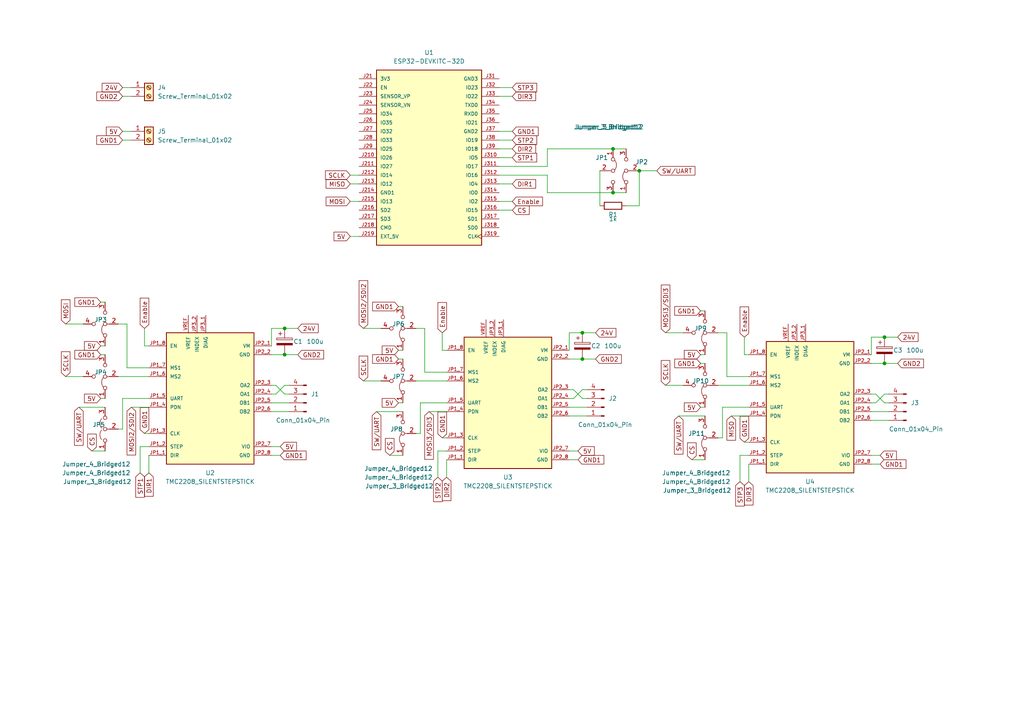
<source format=kicad_sch>
(kicad_sch (version 20230121) (generator eeschema)

  (uuid 8eedcd65-3653-40e8-ab44-ce51f6342f6a)

  (paper "A4")

  (title_block
    (title "JumperChaos")
    (date "2023-06-21")
    (rev "v01")
    (company "MMA")
  )

  (lib_symbols
    (symbol "Connector:Conn_01x04_Pin" (pin_names (offset 1.016) hide) (in_bom yes) (on_board yes)
      (property "Reference" "J" (at 0 5.08 0)
        (effects (font (size 1.27 1.27)))
      )
      (property "Value" "Conn_01x04_Pin" (at 0 -7.62 0)
        (effects (font (size 1.27 1.27)))
      )
      (property "Footprint" "" (at 0 0 0)
        (effects (font (size 1.27 1.27)) hide)
      )
      (property "Datasheet" "~" (at 0 0 0)
        (effects (font (size 1.27 1.27)) hide)
      )
      (property "ki_locked" "" (at 0 0 0)
        (effects (font (size 1.27 1.27)))
      )
      (property "ki_keywords" "connector" (at 0 0 0)
        (effects (font (size 1.27 1.27)) hide)
      )
      (property "ki_description" "Generic connector, single row, 01x04, script generated" (at 0 0 0)
        (effects (font (size 1.27 1.27)) hide)
      )
      (property "ki_fp_filters" "Connector*:*_1x??_*" (at 0 0 0)
        (effects (font (size 1.27 1.27)) hide)
      )
      (symbol "Conn_01x04_Pin_1_1"
        (polyline
          (pts
            (xy 1.27 -5.08)
            (xy 0.8636 -5.08)
          )
          (stroke (width 0.1524) (type default))
          (fill (type none))
        )
        (polyline
          (pts
            (xy 1.27 -2.54)
            (xy 0.8636 -2.54)
          )
          (stroke (width 0.1524) (type default))
          (fill (type none))
        )
        (polyline
          (pts
            (xy 1.27 0)
            (xy 0.8636 0)
          )
          (stroke (width 0.1524) (type default))
          (fill (type none))
        )
        (polyline
          (pts
            (xy 1.27 2.54)
            (xy 0.8636 2.54)
          )
          (stroke (width 0.1524) (type default))
          (fill (type none))
        )
        (rectangle (start 0.8636 -4.953) (end 0 -5.207)
          (stroke (width 0.1524) (type default))
          (fill (type outline))
        )
        (rectangle (start 0.8636 -2.413) (end 0 -2.667)
          (stroke (width 0.1524) (type default))
          (fill (type outline))
        )
        (rectangle (start 0.8636 0.127) (end 0 -0.127)
          (stroke (width 0.1524) (type default))
          (fill (type outline))
        )
        (rectangle (start 0.8636 2.667) (end 0 2.413)
          (stroke (width 0.1524) (type default))
          (fill (type outline))
        )
        (pin passive line (at 5.08 2.54 180) (length 3.81)
          (name "Pin_1" (effects (font (size 1.27 1.27))))
          (number "1" (effects (font (size 1.27 1.27))))
        )
        (pin passive line (at 5.08 0 180) (length 3.81)
          (name "Pin_2" (effects (font (size 1.27 1.27))))
          (number "2" (effects (font (size 1.27 1.27))))
        )
        (pin passive line (at 5.08 -2.54 180) (length 3.81)
          (name "Pin_3" (effects (font (size 1.27 1.27))))
          (number "3" (effects (font (size 1.27 1.27))))
        )
        (pin passive line (at 5.08 -5.08 180) (length 3.81)
          (name "Pin_4" (effects (font (size 1.27 1.27))))
          (number "4" (effects (font (size 1.27 1.27))))
        )
      )
    )
    (symbol "Connector:Screw_Terminal_01x02" (pin_names (offset 1.016) hide) (in_bom yes) (on_board yes)
      (property "Reference" "J" (at 0 2.54 0)
        (effects (font (size 1.27 1.27)))
      )
      (property "Value" "Screw_Terminal_01x02" (at 0 -5.08 0)
        (effects (font (size 1.27 1.27)))
      )
      (property "Footprint" "" (at 0 0 0)
        (effects (font (size 1.27 1.27)) hide)
      )
      (property "Datasheet" "~" (at 0 0 0)
        (effects (font (size 1.27 1.27)) hide)
      )
      (property "ki_keywords" "screw terminal" (at 0 0 0)
        (effects (font (size 1.27 1.27)) hide)
      )
      (property "ki_description" "Generic screw terminal, single row, 01x02, script generated (kicad-library-utils/schlib/autogen/connector/)" (at 0 0 0)
        (effects (font (size 1.27 1.27)) hide)
      )
      (property "ki_fp_filters" "TerminalBlock*:*" (at 0 0 0)
        (effects (font (size 1.27 1.27)) hide)
      )
      (symbol "Screw_Terminal_01x02_1_1"
        (rectangle (start -1.27 1.27) (end 1.27 -3.81)
          (stroke (width 0.254) (type default))
          (fill (type background))
        )
        (circle (center 0 -2.54) (radius 0.635)
          (stroke (width 0.1524) (type default))
          (fill (type none))
        )
        (polyline
          (pts
            (xy -0.5334 -2.2098)
            (xy 0.3302 -3.048)
          )
          (stroke (width 0.1524) (type default))
          (fill (type none))
        )
        (polyline
          (pts
            (xy -0.5334 0.3302)
            (xy 0.3302 -0.508)
          )
          (stroke (width 0.1524) (type default))
          (fill (type none))
        )
        (polyline
          (pts
            (xy -0.3556 -2.032)
            (xy 0.508 -2.8702)
          )
          (stroke (width 0.1524) (type default))
          (fill (type none))
        )
        (polyline
          (pts
            (xy -0.3556 0.508)
            (xy 0.508 -0.3302)
          )
          (stroke (width 0.1524) (type default))
          (fill (type none))
        )
        (circle (center 0 0) (radius 0.635)
          (stroke (width 0.1524) (type default))
          (fill (type none))
        )
        (pin passive line (at -5.08 0 0) (length 3.81)
          (name "Pin_1" (effects (font (size 1.27 1.27))))
          (number "1" (effects (font (size 1.27 1.27))))
        )
        (pin passive line (at -5.08 -2.54 0) (length 3.81)
          (name "Pin_2" (effects (font (size 1.27 1.27))))
          (number "2" (effects (font (size 1.27 1.27))))
        )
      )
    )
    (symbol "Device:C_Polarized" (pin_numbers hide) (pin_names (offset 0.254)) (in_bom yes) (on_board yes)
      (property "Reference" "C" (at 0.635 2.54 0)
        (effects (font (size 1.27 1.27)) (justify left))
      )
      (property "Value" "C_Polarized" (at 0.635 -2.54 0)
        (effects (font (size 1.27 1.27)) (justify left))
      )
      (property "Footprint" "" (at 0.9652 -3.81 0)
        (effects (font (size 1.27 1.27)) hide)
      )
      (property "Datasheet" "~" (at 0 0 0)
        (effects (font (size 1.27 1.27)) hide)
      )
      (property "ki_keywords" "cap capacitor" (at 0 0 0)
        (effects (font (size 1.27 1.27)) hide)
      )
      (property "ki_description" "Polarized capacitor" (at 0 0 0)
        (effects (font (size 1.27 1.27)) hide)
      )
      (property "ki_fp_filters" "CP_*" (at 0 0 0)
        (effects (font (size 1.27 1.27)) hide)
      )
      (symbol "C_Polarized_0_1"
        (rectangle (start -2.286 0.508) (end 2.286 1.016)
          (stroke (width 0) (type default))
          (fill (type none))
        )
        (polyline
          (pts
            (xy -1.778 2.286)
            (xy -0.762 2.286)
          )
          (stroke (width 0) (type default))
          (fill (type none))
        )
        (polyline
          (pts
            (xy -1.27 2.794)
            (xy -1.27 1.778)
          )
          (stroke (width 0) (type default))
          (fill (type none))
        )
        (rectangle (start 2.286 -0.508) (end -2.286 -1.016)
          (stroke (width 0) (type default))
          (fill (type outline))
        )
      )
      (symbol "C_Polarized_1_1"
        (pin passive line (at 0 3.81 270) (length 2.794)
          (name "~" (effects (font (size 1.27 1.27))))
          (number "1" (effects (font (size 1.27 1.27))))
        )
        (pin passive line (at 0 -3.81 90) (length 2.794)
          (name "~" (effects (font (size 1.27 1.27))))
          (number "2" (effects (font (size 1.27 1.27))))
        )
      )
    )
    (symbol "Device:R" (pin_numbers hide) (pin_names (offset 0)) (in_bom yes) (on_board yes)
      (property "Reference" "R" (at 2.032 0 90)
        (effects (font (size 1.27 1.27)))
      )
      (property "Value" "R" (at 0 0 90)
        (effects (font (size 1.27 1.27)))
      )
      (property "Footprint" "" (at -1.778 0 90)
        (effects (font (size 1.27 1.27)) hide)
      )
      (property "Datasheet" "~" (at 0 0 0)
        (effects (font (size 1.27 1.27)) hide)
      )
      (property "ki_keywords" "R res resistor" (at 0 0 0)
        (effects (font (size 1.27 1.27)) hide)
      )
      (property "ki_description" "Resistor" (at 0 0 0)
        (effects (font (size 1.27 1.27)) hide)
      )
      (property "ki_fp_filters" "R_*" (at 0 0 0)
        (effects (font (size 1.27 1.27)) hide)
      )
      (symbol "R_0_1"
        (rectangle (start -1.016 -2.54) (end 1.016 2.54)
          (stroke (width 0.254) (type default))
          (fill (type none))
        )
      )
      (symbol "R_1_1"
        (pin passive line (at 0 3.81 270) (length 1.27)
          (name "~" (effects (font (size 1.27 1.27))))
          (number "1" (effects (font (size 1.27 1.27))))
        )
        (pin passive line (at 0 -3.81 90) (length 1.27)
          (name "~" (effects (font (size 1.27 1.27))))
          (number "2" (effects (font (size 1.27 1.27))))
        )
      )
    )
    (symbol "ESP32-DEVKITC-32D:ESP32-DEVKITC-32D" (pin_names (offset 1.016)) (in_bom yes) (on_board yes)
      (property "Reference" "U" (at -15.2654 26.0604 0)
        (effects (font (size 1.27 1.27)) (justify left bottom))
      )
      (property "Value" "ESP32-DEVKITC-32D" (at -15.2654 -27.9654 0)
        (effects (font (size 1.27 1.27)) (justify left bottom))
      )
      (property "Footprint" "ESP32-DEVKITC-32D:MODULE_ESP32-DEVKITC-32D" (at -12.7 29.21 0)
        (effects (font (size 1.27 1.27)) (justify left bottom) hide)
      )
      (property "Datasheet" "" (at 0 0 0)
        (effects (font (size 1.27 1.27)) (justify left bottom) hide)
      )
      (property "PARTREV" "V4" (at -12.7 41.91 0)
        (effects (font (size 1.27 1.27)) (justify left bottom) hide)
      )
      (property "STANDARD" "Manufacturer Recommendations" (at -12.7 36.83 0)
        (effects (font (size 1.27 1.27)) (justify left bottom) hide)
      )
      (property "SNAPEDA_PN" "ESP32-DEVKITC-32D" (at -12.7 34.29 0)
        (effects (font (size 1.27 1.27)) (justify left bottom) hide)
      )
      (property "MAXIMUM_PACKAGE_HEIGHT" "N/A" (at -12.7 39.37 0)
        (effects (font (size 1.27 1.27)) (justify left bottom) hide)
      )
      (property "MANUFACTURER" "Espressif Systems" (at -12.7 31.75 0)
        (effects (font (size 1.27 1.27)) (justify left bottom) hide)
      )
      (symbol "ESP32-DEVKITC-32D_0_0"
        (rectangle (start -15.24 -25.4) (end 15.24 25.4)
          (stroke (width 0.254) (type solid))
          (fill (type background))
        )
        (pin power_in line (at -20.32 22.86 0) (length 5.08)
          (name "3V3" (effects (font (size 1.016 1.016))))
          (number "J21" (effects (font (size 1.016 1.016))))
        )
        (pin bidirectional line (at -20.32 0 0) (length 5.08)
          (name "IO26" (effects (font (size 1.016 1.016))))
          (number "J210" (effects (font (size 1.016 1.016))))
        )
        (pin bidirectional line (at -20.32 -2.54 0) (length 5.08)
          (name "IO27" (effects (font (size 1.016 1.016))))
          (number "J211" (effects (font (size 1.016 1.016))))
        )
        (pin bidirectional line (at -20.32 -5.08 0) (length 5.08)
          (name "IO14" (effects (font (size 1.016 1.016))))
          (number "J212" (effects (font (size 1.016 1.016))))
        )
        (pin bidirectional line (at -20.32 -7.62 0) (length 5.08)
          (name "IO12" (effects (font (size 1.016 1.016))))
          (number "J213" (effects (font (size 1.016 1.016))))
        )
        (pin power_in line (at -20.32 -10.16 0) (length 5.08)
          (name "GND1" (effects (font (size 1.016 1.016))))
          (number "J214" (effects (font (size 1.016 1.016))))
        )
        (pin bidirectional line (at -20.32 -12.7 0) (length 5.08)
          (name "IO13" (effects (font (size 1.016 1.016))))
          (number "J215" (effects (font (size 1.016 1.016))))
        )
        (pin bidirectional line (at -20.32 -15.24 0) (length 5.08)
          (name "SD2" (effects (font (size 1.016 1.016))))
          (number "J216" (effects (font (size 1.016 1.016))))
        )
        (pin bidirectional line (at -20.32 -17.78 0) (length 5.08)
          (name "SD3" (effects (font (size 1.016 1.016))))
          (number "J217" (effects (font (size 1.016 1.016))))
        )
        (pin bidirectional line (at -20.32 -20.32 0) (length 5.08)
          (name "CMD" (effects (font (size 1.016 1.016))))
          (number "J218" (effects (font (size 1.016 1.016))))
        )
        (pin power_in line (at -20.32 -22.86 0) (length 5.08)
          (name "EXT_5V" (effects (font (size 1.016 1.016))))
          (number "J219" (effects (font (size 1.016 1.016))))
        )
        (pin input line (at -20.32 20.32 0) (length 5.08)
          (name "EN" (effects (font (size 1.016 1.016))))
          (number "J22" (effects (font (size 1.016 1.016))))
        )
        (pin input line (at -20.32 17.78 0) (length 5.08)
          (name "SENSOR_VP" (effects (font (size 1.016 1.016))))
          (number "J23" (effects (font (size 1.016 1.016))))
        )
        (pin input line (at -20.32 15.24 0) (length 5.08)
          (name "SENSOR_VN" (effects (font (size 1.016 1.016))))
          (number "J24" (effects (font (size 1.016 1.016))))
        )
        (pin bidirectional line (at -20.32 12.7 0) (length 5.08)
          (name "IO34" (effects (font (size 1.016 1.016))))
          (number "J25" (effects (font (size 1.016 1.016))))
        )
        (pin bidirectional line (at -20.32 10.16 0) (length 5.08)
          (name "IO35" (effects (font (size 1.016 1.016))))
          (number "J26" (effects (font (size 1.016 1.016))))
        )
        (pin bidirectional line (at -20.32 7.62 0) (length 5.08)
          (name "IO32" (effects (font (size 1.016 1.016))))
          (number "J27" (effects (font (size 1.016 1.016))))
        )
        (pin bidirectional line (at -20.32 5.08 0) (length 5.08)
          (name "IO33" (effects (font (size 1.016 1.016))))
          (number "J28" (effects (font (size 1.016 1.016))))
        )
        (pin bidirectional line (at -20.32 2.54 0) (length 5.08)
          (name "IO25" (effects (font (size 1.016 1.016))))
          (number "J29" (effects (font (size 1.016 1.016))))
        )
        (pin power_in line (at 20.32 22.86 180) (length 5.08)
          (name "GND3" (effects (font (size 1.016 1.016))))
          (number "J31" (effects (font (size 1.016 1.016))))
        )
        (pin bidirectional line (at 20.32 0 180) (length 5.08)
          (name "IO5" (effects (font (size 1.016 1.016))))
          (number "J310" (effects (font (size 1.016 1.016))))
        )
        (pin bidirectional line (at 20.32 -2.54 180) (length 5.08)
          (name "IO17" (effects (font (size 1.016 1.016))))
          (number "J311" (effects (font (size 1.016 1.016))))
        )
        (pin bidirectional line (at 20.32 -5.08 180) (length 5.08)
          (name "IO16" (effects (font (size 1.016 1.016))))
          (number "J312" (effects (font (size 1.016 1.016))))
        )
        (pin bidirectional line (at 20.32 -7.62 180) (length 5.08)
          (name "IO4" (effects (font (size 1.016 1.016))))
          (number "J313" (effects (font (size 1.016 1.016))))
        )
        (pin bidirectional line (at 20.32 -10.16 180) (length 5.08)
          (name "IO0" (effects (font (size 1.016 1.016))))
          (number "J314" (effects (font (size 1.016 1.016))))
        )
        (pin bidirectional line (at 20.32 -12.7 180) (length 5.08)
          (name "IO2" (effects (font (size 1.016 1.016))))
          (number "J315" (effects (font (size 1.016 1.016))))
        )
        (pin bidirectional line (at 20.32 -15.24 180) (length 5.08)
          (name "IO15" (effects (font (size 1.016 1.016))))
          (number "J316" (effects (font (size 1.016 1.016))))
        )
        (pin bidirectional line (at 20.32 -17.78 180) (length 5.08)
          (name "SD1" (effects (font (size 1.016 1.016))))
          (number "J317" (effects (font (size 1.016 1.016))))
        )
        (pin bidirectional line (at 20.32 -20.32 180) (length 5.08)
          (name "SD0" (effects (font (size 1.016 1.016))))
          (number "J318" (effects (font (size 1.016 1.016))))
        )
        (pin input clock (at 20.32 -22.86 180) (length 5.08)
          (name "CLK" (effects (font (size 1.016 1.016))))
          (number "J319" (effects (font (size 1.016 1.016))))
        )
        (pin bidirectional line (at 20.32 20.32 180) (length 5.08)
          (name "IO23" (effects (font (size 1.016 1.016))))
          (number "J32" (effects (font (size 1.016 1.016))))
        )
        (pin bidirectional line (at 20.32 17.78 180) (length 5.08)
          (name "IO22" (effects (font (size 1.016 1.016))))
          (number "J33" (effects (font (size 1.016 1.016))))
        )
        (pin output line (at 20.32 15.24 180) (length 5.08)
          (name "TXD0" (effects (font (size 1.016 1.016))))
          (number "J34" (effects (font (size 1.016 1.016))))
        )
        (pin input line (at 20.32 12.7 180) (length 5.08)
          (name "RXD0" (effects (font (size 1.016 1.016))))
          (number "J35" (effects (font (size 1.016 1.016))))
        )
        (pin bidirectional line (at 20.32 10.16 180) (length 5.08)
          (name "IO21" (effects (font (size 1.016 1.016))))
          (number "J36" (effects (font (size 1.016 1.016))))
        )
        (pin power_in line (at 20.32 7.62 180) (length 5.08)
          (name "GND2" (effects (font (size 1.016 1.016))))
          (number "J37" (effects (font (size 1.016 1.016))))
        )
        (pin bidirectional line (at 20.32 5.08 180) (length 5.08)
          (name "IO19" (effects (font (size 1.016 1.016))))
          (number "J38" (effects (font (size 1.016 1.016))))
        )
        (pin bidirectional line (at 20.32 2.54 180) (length 5.08)
          (name "IO18" (effects (font (size 1.016 1.016))))
          (number "J39" (effects (font (size 1.016 1.016))))
        )
      )
    )
    (symbol "Jumper:Jumper_3_Bridged12" (pin_names (offset 0) hide) (in_bom yes) (on_board yes)
      (property "Reference" "JP" (at -2.54 -2.54 0)
        (effects (font (size 1.27 1.27)))
      )
      (property "Value" "Jumper_3_Bridged12" (at 0 2.794 0)
        (effects (font (size 1.27 1.27)))
      )
      (property "Footprint" "" (at 0 0 0)
        (effects (font (size 1.27 1.27)) hide)
      )
      (property "Datasheet" "~" (at 0 0 0)
        (effects (font (size 1.27 1.27)) hide)
      )
      (property "ki_keywords" "Jumper SPDT" (at 0 0 0)
        (effects (font (size 1.27 1.27)) hide)
      )
      (property "ki_description" "Jumper, 3-pole, pins 1+2 closed/bridged" (at 0 0 0)
        (effects (font (size 1.27 1.27)) hide)
      )
      (property "ki_fp_filters" "Jumper* TestPoint*3Pads* TestPoint*Bridge*" (at 0 0 0)
        (effects (font (size 1.27 1.27)) hide)
      )
      (symbol "Jumper_3_Bridged12_0_0"
        (circle (center -3.302 0) (radius 0.508)
          (stroke (width 0) (type default))
          (fill (type none))
        )
        (circle (center 0 0) (radius 0.508)
          (stroke (width 0) (type default))
          (fill (type none))
        )
        (circle (center 3.302 0) (radius 0.508)
          (stroke (width 0) (type default))
          (fill (type none))
        )
      )
      (symbol "Jumper_3_Bridged12_0_1"
        (arc (start -0.254 0.508) (mid -1.651 0.9912) (end -3.048 0.508)
          (stroke (width 0) (type default))
          (fill (type none))
        )
        (polyline
          (pts
            (xy 0 -1.27)
            (xy 0 -0.508)
          )
          (stroke (width 0) (type default))
          (fill (type none))
        )
      )
      (symbol "Jumper_3_Bridged12_1_1"
        (pin passive line (at -6.35 0 0) (length 2.54)
          (name "A" (effects (font (size 1.27 1.27))))
          (number "1" (effects (font (size 1.27 1.27))))
        )
        (pin passive line (at 0 -3.81 90) (length 2.54)
          (name "C" (effects (font (size 1.27 1.27))))
          (number "2" (effects (font (size 1.27 1.27))))
        )
        (pin passive line (at 6.35 0 180) (length 2.54)
          (name "B" (effects (font (size 1.27 1.27))))
          (number "3" (effects (font (size 1.27 1.27))))
        )
      )
    )
    (symbol "Jumper:Jumper_3_Open" (pin_names (offset 0) hide) (in_bom yes) (on_board yes)
      (property "Reference" "JP" (at -2.54 -2.54 0)
        (effects (font (size 1.27 1.27)))
      )
      (property "Value" "Jumper_3_Open" (at 0 2.794 0)
        (effects (font (size 1.27 1.27)))
      )
      (property "Footprint" "" (at 0 0 0)
        (effects (font (size 1.27 1.27)) hide)
      )
      (property "Datasheet" "~" (at 0 0 0)
        (effects (font (size 1.27 1.27)) hide)
      )
      (property "ki_keywords" "Jumper SPDT" (at 0 0 0)
        (effects (font (size 1.27 1.27)) hide)
      )
      (property "ki_description" "Jumper, 3-pole, both open" (at 0 0 0)
        (effects (font (size 1.27 1.27)) hide)
      )
      (property "ki_fp_filters" "Jumper* TestPoint*3Pads* TestPoint*Bridge*" (at 0 0 0)
        (effects (font (size 1.27 1.27)) hide)
      )
      (symbol "Jumper_3_Open_0_0"
        (circle (center -3.302 0) (radius 0.508)
          (stroke (width 0) (type default))
          (fill (type none))
        )
        (circle (center 0 0) (radius 0.508)
          (stroke (width 0) (type default))
          (fill (type none))
        )
        (circle (center 3.302 0) (radius 0.508)
          (stroke (width 0) (type default))
          (fill (type none))
        )
      )
      (symbol "Jumper_3_Open_0_1"
        (arc (start -0.254 1.016) (mid -1.651 1.4992) (end -3.048 1.016)
          (stroke (width 0) (type default))
          (fill (type none))
        )
        (polyline
          (pts
            (xy 0 -0.508)
            (xy 0 -1.27)
          )
          (stroke (width 0) (type default))
          (fill (type none))
        )
        (arc (start 3.048 1.016) (mid 1.651 1.4992) (end 0.254 1.016)
          (stroke (width 0) (type default))
          (fill (type none))
        )
      )
      (symbol "Jumper_3_Open_1_1"
        (pin passive line (at -6.35 0 0) (length 2.54)
          (name "A" (effects (font (size 1.27 1.27))))
          (number "1" (effects (font (size 1.27 1.27))))
        )
        (pin passive line (at 0 -3.81 90) (length 2.54)
          (name "C" (effects (font (size 1.27 1.27))))
          (number "2" (effects (font (size 1.27 1.27))))
        )
        (pin passive line (at 6.35 0 180) (length 2.54)
          (name "B" (effects (font (size 1.27 1.27))))
          (number "3" (effects (font (size 1.27 1.27))))
        )
      )
    )
    (symbol "MyLib:Jumper_4_Bridged12" (pin_names (offset 0) hide) (in_bom yes) (on_board yes)
      (property "Reference" "JP" (at -2.54 -2.54 0)
        (effects (font (size 1.27 1.27)))
      )
      (property "Value" "Jumper_4_Bridged12" (at 12.7 -6.35 0)
        (effects (font (size 1.27 1.27)))
      )
      (property "Footprint" "" (at 0 0 0)
        (effects (font (size 1.27 1.27)) hide)
      )
      (property "Datasheet" "~" (at 0 0 0)
        (effects (font (size 1.27 1.27)) hide)
      )
      (property "ki_keywords" "Jumper SPDT" (at 0 0 0)
        (effects (font (size 1.27 1.27)) hide)
      )
      (property "ki_description" "Jumper, 3-pole, pins 1+2 closed/bridged" (at 0 0 0)
        (effects (font (size 1.27 1.27)) hide)
      )
      (property "ki_fp_filters" "Jumper* TestPoint*3Pads* TestPoint*Bridge*" (at 0 0 0)
        (effects (font (size 1.27 1.27)) hide)
      )
      (symbol "Jumper_4_Bridged12_0_0"
        (circle (center -3.302 0) (radius 0.508)
          (stroke (width 0) (type default))
          (fill (type none))
        )
        (circle (center 0 0) (radius 0.508)
          (stroke (width 0) (type default))
          (fill (type none))
        )
        (circle (center 0 3.302) (radius 0.508)
          (stroke (width 0) (type default))
          (fill (type none))
        )
        (circle (center 3.302 0) (radius 0.508)
          (stroke (width 0) (type default))
          (fill (type none))
        )
      )
      (symbol "Jumper_4_Bridged12_0_1"
        (arc (start -0.254 0.508) (mid -1.651 0.9912) (end -3.048 0.508)
          (stroke (width 0) (type default))
          (fill (type none))
        )
        (polyline
          (pts
            (xy 0 -1.27)
            (xy 0 -0.508)
          )
          (stroke (width 0) (type default))
          (fill (type none))
        )
      )
      (symbol "Jumper_4_Bridged12_1_1"
        (pin passive line (at -6.35 0 0) (length 2.54)
          (name "A" (effects (font (size 1.27 1.27))))
          (number "1" (effects (font (size 1.27 1.27))))
        )
        (pin passive line (at 0 -3.81 90) (length 2.54)
          (name "C" (effects (font (size 1.27 1.27))))
          (number "2" (effects (font (size 1.27 1.27))))
        )
        (pin passive line (at 6.35 0 180) (length 2.54)
          (name "B" (effects (font (size 1.27 1.27))))
          (number "3" (effects (font (size 1.27 1.27))))
        )
        (pin passive line (at 0 6.35 270) (length 2.54)
          (name "D" (effects (font (size 1.27 1.27))))
          (number "4" (effects (font (size 1.27 1.27))))
        )
      )
    )
    (symbol "TMC2208_SILENTSTEPSTICK:TMC2208_SILENTSTEPSTICK" (pin_names (offset 1.016)) (in_bom yes) (on_board yes)
      (property "Reference" "U" (at -12.7 19.05 0)
        (effects (font (size 1.27 1.27)) (justify left bottom))
      )
      (property "Value" "TMC2208_SILENTSTEPSTICK" (at -12.7 -22.86 0)
        (effects (font (size 1.27 1.27)) (justify left bottom))
      )
      (property "Footprint" "TMC2208_SILENTSTEPSTICK:MODULE_TMC2208_SILENTSTEPSTICK" (at -1.27 27.94 0)
        (effects (font (size 1.27 1.27)) (justify bottom) hide)
      )
      (property "Datasheet" "" (at 0 0 0)
        (effects (font (size 1.27 1.27)) hide)
      )
      (property "MANUFACTURER" "Trinamic Motion" (at 0 0 0)
        (effects (font (size 1.27 1.27)) (justify bottom) hide)
      )
      (symbol "TMC2208_SILENTSTEPSTICK_0_0"
        (rectangle (start -12.7 -20.32) (end 12.7 17.78)
          (stroke (width 0.254) (type default))
          (fill (type background))
        )
        (pin input line (at -17.78 -17.78 0) (length 5.08)
          (name "DIR" (effects (font (size 1.016 1.016))))
          (number "JP1_1" (effects (font (size 1.016 1.016))))
        )
        (pin input line (at -17.78 -15.24 0) (length 5.08)
          (name "STEP" (effects (font (size 1.016 1.016))))
          (number "JP1_2" (effects (font (size 1.016 1.016))))
        )
        (pin input line (at -17.78 5.08 0) (length 5.08)
          (name "MS2" (effects (font (size 1.016 1.016))))
          (number "JP1_6" (effects (font (size 1.016 1.016))))
        )
        (pin input line (at -17.78 7.62 0) (length 5.08)
          (name "MS1" (effects (font (size 1.016 1.016))))
          (number "JP1_7" (effects (font (size 1.016 1.016))))
        )
        (pin input line (at -17.78 13.97 0) (length 5.08)
          (name "EN" (effects (font (size 1.016 1.016))))
          (number "JP1_8" (effects (font (size 1.016 1.016))))
        )
        (pin power_in line (at 17.78 13.97 180) (length 5.08)
          (name "VM" (effects (font (size 1.016 1.016))))
          (number "JP2_1" (effects (font (size 1.016 1.016))))
        )
        (pin power_in line (at 17.78 11.43 180) (length 5.08)
          (name "GND" (effects (font (size 1.016 1.016))))
          (number "JP2_2" (effects (font (size 1.016 1.016))))
        )
        (pin passive line (at 17.78 2.54 180) (length 5.08)
          (name "OA2" (effects (font (size 1.016 1.016))))
          (number "JP2_3" (effects (font (size 1.016 1.016))))
        )
        (pin passive line (at 17.78 0 180) (length 5.08)
          (name "OA1" (effects (font (size 1.016 1.016))))
          (number "JP2_4" (effects (font (size 1.016 1.016))))
        )
        (pin passive line (at 17.78 -2.54 180) (length 5.08)
          (name "OB1" (effects (font (size 1.016 1.016))))
          (number "JP2_5" (effects (font (size 1.016 1.016))))
        )
        (pin passive line (at 17.78 -5.08 180) (length 5.08)
          (name "OB2" (effects (font (size 1.016 1.016))))
          (number "JP2_6" (effects (font (size 1.016 1.016))))
        )
        (pin power_in line (at 17.78 -15.24 180) (length 5.08)
          (name "VIO" (effects (font (size 1.016 1.016))))
          (number "JP2_7" (effects (font (size 1.016 1.016))))
        )
        (pin power_in line (at 17.78 -17.78 180) (length 5.08)
          (name "GND" (effects (font (size 1.016 1.016))))
          (number "JP2_8" (effects (font (size 1.016 1.016))))
        )
        (pin output line (at -1.27 22.86 270) (length 5.08)
          (name "DIAG" (effects (font (size 1.016 1.016))))
          (number "JP3_1" (effects (font (size 1.016 1.016))))
        )
        (pin output line (at -3.81 22.86 270) (length 5.08)
          (name "INDEX" (effects (font (size 1.016 1.016))))
          (number "JP3_2" (effects (font (size 1.016 1.016))))
        )
        (pin passive line (at -6.35 22.86 270) (length 5.08)
          (name "VREF" (effects (font (size 1.016 1.016))))
          (number "VREF" (effects (font (size 1.016 1.016))))
        )
      )
      (symbol "TMC2208_SILENTSTEPSTICK_1_0"
        (pin input line (at -17.78 -11.43 0) (length 5.08)
          (name "CLK" (effects (font (size 1.016 1.016))))
          (number "JP1_3" (effects (font (size 1.016 1.016))))
        )
        (pin bidirectional line (at -17.78 -3.81 0) (length 5.08)
          (name "PDN" (effects (font (size 1.016 1.016))))
          (number "JP1_4" (effects (font (size 1.016 1.016))))
        )
        (pin bidirectional line (at -17.78 -1.27 0) (length 5.08)
          (name "UART" (effects (font (size 1.016 1.016))))
          (number "JP1_5" (effects (font (size 1.016 1.016))))
        )
      )
    )
  )

  (junction (at 177.8 55.88) (diameter 0) (color 0 0 0 0)
    (uuid 4edd6556-8d3e-4b33-a121-6970dae0bb9a)
  )
  (junction (at 185.42 49.53) (diameter 0) (color 0 0 0 0)
    (uuid 701dafb3-8817-413a-8199-3cf0c272e56b)
  )
  (junction (at 177.8 43.18) (diameter 0) (color 0 0 0 0)
    (uuid 776a3172-0859-4173-a92b-b387778e2015)
  )
  (junction (at 82.55 95.25) (diameter 0) (color 0 0 0 0)
    (uuid 8ee5e9bf-ae9d-43c4-adf7-3bbcbb15d4d0)
  )
  (junction (at 256.54 97.79) (diameter 0) (color 0 0 0 0)
    (uuid 99a351c7-c858-4788-a5df-5faa08a63e39)
  )
  (junction (at 168.91 96.52) (diameter 0) (color 0 0 0 0)
    (uuid a75ad234-0c16-4f75-8f82-ec9ce4583b4f)
  )
  (junction (at 82.55 102.87) (diameter 0) (color 0 0 0 0)
    (uuid fb78967b-83c4-4aea-a55e-487af179e339)
  )
  (junction (at 168.91 104.14) (diameter 0) (color 0 0 0 0)
    (uuid fc4e989f-2356-4523-bea2-ab19e6596f56)
  )
  (junction (at 256.54 105.41) (diameter 0) (color 0 0 0 0)
    (uuid fdf81f46-8e22-4334-8875-3d77bae21de6)
  )

  (wire (pts (xy 208.28 111.76) (xy 217.17 111.76))
    (stroke (width 0) (type default))
    (uuid 02aa954d-9877-4120-84a8-a0932af22adf)
  )
  (wire (pts (xy 185.42 59.69) (xy 185.42 49.53))
    (stroke (width 0) (type default))
    (uuid 04348b0c-2d7f-4da0-94b3-558f4642e9e1)
  )
  (wire (pts (xy 34.29 93.98) (xy 36.83 93.98))
    (stroke (width 0) (type default))
    (uuid 045a5172-78c9-4102-9a5d-7a0756ce7eac)
  )
  (wire (pts (xy 144.78 48.26) (xy 158.75 48.26))
    (stroke (width 0) (type default))
    (uuid 05f28a93-5545-4c76-82b3-cfc07829b25a)
  )
  (wire (pts (xy 144.78 53.34) (xy 148.59 53.34))
    (stroke (width 0) (type default))
    (uuid 0a122200-970f-4bc4-96a2-a6f3b2358a7d)
  )
  (wire (pts (xy 144.78 50.8) (xy 158.75 50.8))
    (stroke (width 0) (type default))
    (uuid 0ad79fcd-73bc-49a9-9d6a-a8cda0df732a)
  )
  (wire (pts (xy 36.83 106.68) (xy 36.83 93.98))
    (stroke (width 0) (type default))
    (uuid 0bb4bdbf-434d-41fa-8fa6-14962219ea83)
  )
  (wire (pts (xy 38.1 118.11) (xy 43.18 118.11))
    (stroke (width 0) (type default))
    (uuid 0c54f7b8-1d57-4d45-b0ed-dae9765a8ad9)
  )
  (wire (pts (xy 165.1 101.6) (xy 165.1 96.52))
    (stroke (width 0) (type default))
    (uuid 0c7e0a25-9a2e-4864-a5a8-f159fbb0255f)
  )
  (wire (pts (xy 181.61 59.69) (xy 185.42 59.69))
    (stroke (width 0) (type default))
    (uuid 0d8a74d9-4341-4d74-beda-f6ff0e1a5cd1)
  )
  (wire (pts (xy 35.56 40.64) (xy 38.1 40.64))
    (stroke (width 0) (type default))
    (uuid 0fdb0dfa-6ee0-4ca6-914d-2d8e886b726e)
  )
  (wire (pts (xy 144.78 27.94) (xy 148.59 27.94))
    (stroke (width 0) (type default))
    (uuid 10c5deec-b8ac-40f9-969d-04b0e3a54ed7)
  )
  (wire (pts (xy 256.54 97.79) (xy 260.35 97.79))
    (stroke (width 0) (type default))
    (uuid 16562eb1-b9f7-4792-835a-2b9d96116d95)
  )
  (wire (pts (xy 115.57 104.14) (xy 116.84 104.14))
    (stroke (width 0) (type default))
    (uuid 1708dfa0-ef1b-4fe2-99f4-7ffb5eba53b8)
  )
  (wire (pts (xy 35.56 38.1) (xy 38.1 38.1))
    (stroke (width 0) (type default))
    (uuid 180ee39d-72dd-4c41-8792-1b7a28ea2739)
  )
  (wire (pts (xy 101.6 68.58) (xy 104.14 68.58))
    (stroke (width 0) (type default))
    (uuid 1aabcdbe-467e-451a-96d3-7380fef4f581)
  )
  (wire (pts (xy 40.64 129.54) (xy 43.18 129.54))
    (stroke (width 0) (type default))
    (uuid 1ac2f30d-f3df-421f-9f89-fee89a4707d3)
  )
  (wire (pts (xy 209.55 127) (xy 209.55 118.11))
    (stroke (width 0) (type default))
    (uuid 1c187c9a-7ff0-4e54-a53d-6128e35e00ba)
  )
  (wire (pts (xy 34.29 109.22) (xy 43.18 109.22))
    (stroke (width 0) (type default))
    (uuid 1c1a69b5-a903-418d-9119-88b36fdb4334)
  )
  (wire (pts (xy 35.56 27.94) (xy 38.1 27.94))
    (stroke (width 0) (type default))
    (uuid 1c5cdac4-ca18-4335-9443-8458e9c6ff57)
  )
  (wire (pts (xy 165.1 113.03) (xy 166.37 113.03))
    (stroke (width 0) (type default))
    (uuid 1e4c8a98-a036-41ce-b8bd-105fa70a07a4)
  )
  (wire (pts (xy 78.74 132.08) (xy 81.28 132.08))
    (stroke (width 0) (type default))
    (uuid 21537460-3db0-48df-a657-2776f6c037c2)
  )
  (wire (pts (xy 158.75 50.8) (xy 158.75 55.88))
    (stroke (width 0) (type default))
    (uuid 226bc56e-2c7a-47ad-bfec-716449a7deab)
  )
  (wire (pts (xy 78.74 102.87) (xy 82.55 102.87))
    (stroke (width 0) (type default))
    (uuid 255ce211-38e3-4fdf-9219-7bfe4f52b442)
  )
  (wire (pts (xy 41.91 125.73) (xy 43.18 125.73))
    (stroke (width 0) (type default))
    (uuid 25de2eec-3ebb-45a3-81fc-b684aad4ef9b)
  )
  (wire (pts (xy 43.18 137.16) (xy 43.18 132.08))
    (stroke (width 0) (type default))
    (uuid 2ba5caca-3270-48f9-86b5-2e30d286bd16)
  )
  (wire (pts (xy 82.55 95.25) (xy 86.36 95.25))
    (stroke (width 0) (type default))
    (uuid 2e3c09ab-a58d-45e3-9ea0-e4774aa6237e)
  )
  (wire (pts (xy 252.73 116.84) (xy 254 116.84))
    (stroke (width 0) (type default))
    (uuid 2f1b8666-c49a-4da5-93f2-1d6e596e47a4)
  )
  (wire (pts (xy 123.19 107.95) (xy 129.54 107.95))
    (stroke (width 0) (type default))
    (uuid 2f8fb277-2420-4753-ba8b-37862643e116)
  )
  (wire (pts (xy 26.67 130.81) (xy 30.48 130.81))
    (stroke (width 0) (type default))
    (uuid 2f9260d8-add1-4faf-8a59-f72b5f5e1a1f)
  )
  (wire (pts (xy 19.05 93.98) (xy 24.13 93.98))
    (stroke (width 0) (type default))
    (uuid 30518e56-502c-4243-84ea-95451f3636e5)
  )
  (wire (pts (xy 193.04 111.76) (xy 198.12 111.76))
    (stroke (width 0) (type default))
    (uuid 35c9393a-75cb-4190-ba44-84f5f7583434)
  )
  (wire (pts (xy 210.82 109.22) (xy 210.82 96.52))
    (stroke (width 0) (type default))
    (uuid 35f7147d-4110-4991-8819-d8fadb4153ae)
  )
  (wire (pts (xy 144.78 60.96) (xy 148.59 60.96))
    (stroke (width 0) (type default))
    (uuid 38a2c0ab-9b97-4ad0-88a6-b540ac394037)
  )
  (wire (pts (xy 203.2 90.17) (xy 204.47 90.17))
    (stroke (width 0) (type default))
    (uuid 3f70bc0a-53c1-4e81-8e45-bd8453a4f3b6)
  )
  (wire (pts (xy 41.91 100.33) (xy 43.18 100.33))
    (stroke (width 0) (type default))
    (uuid 4031f741-e136-4903-a6ed-6d084e5ad77c)
  )
  (wire (pts (xy 168.91 113.03) (xy 170.18 113.03))
    (stroke (width 0) (type default))
    (uuid 40c1640f-3724-4b98-aa3f-625591e94ed6)
  )
  (wire (pts (xy 209.55 118.11) (xy 217.17 118.11))
    (stroke (width 0) (type default))
    (uuid 4143daaf-ba89-4f78-9675-031b35d9b3b2)
  )
  (wire (pts (xy 252.73 97.79) (xy 256.54 97.79))
    (stroke (width 0) (type default))
    (uuid 41856104-4d9b-4d3e-bb47-bafa4fd9d7de)
  )
  (wire (pts (xy 203.2 105.41) (xy 204.47 105.41))
    (stroke (width 0) (type default))
    (uuid 42d4907e-19dd-41ef-b625-1ed49496c0ca)
  )
  (wire (pts (xy 254 116.84) (xy 256.54 114.3))
    (stroke (width 0) (type default))
    (uuid 43eb274d-110d-4979-b42b-8cedc5b7540a)
  )
  (wire (pts (xy 127 138.43) (xy 127 130.81))
    (stroke (width 0) (type default))
    (uuid 4a5fccab-f2a0-4997-9bf5-4e02ca319242)
  )
  (wire (pts (xy 166.37 115.57) (xy 168.91 113.03))
    (stroke (width 0) (type default))
    (uuid 4b26658a-afdc-4d6d-9c03-5ad501cf5aa0)
  )
  (wire (pts (xy 185.42 49.53) (xy 190.5 49.53))
    (stroke (width 0) (type default))
    (uuid 51e34db5-b942-4cdb-99d7-fd2d03f7bbca)
  )
  (wire (pts (xy 177.8 43.18) (xy 181.61 43.18))
    (stroke (width 0) (type default))
    (uuid 52933f3c-8981-45f5-ad77-16bd0e1d8f58)
  )
  (wire (pts (xy 208.28 127) (xy 209.55 127))
    (stroke (width 0) (type default))
    (uuid 52ab0f43-218b-41e9-8009-b45bfef6a94e)
  )
  (wire (pts (xy 256.54 114.3) (xy 257.81 114.3))
    (stroke (width 0) (type default))
    (uuid 533e260a-5b53-4151-aca3-afe873544cca)
  )
  (wire (pts (xy 252.73 102.87) (xy 252.73 97.79))
    (stroke (width 0) (type default))
    (uuid 58114ad0-57fc-4943-8c68-78f415ae1f4e)
  )
  (wire (pts (xy 165.1 118.11) (xy 170.18 118.11))
    (stroke (width 0) (type default))
    (uuid 5b78ab14-d474-4a56-a61b-e718dfced1c0)
  )
  (wire (pts (xy 215.9 102.87) (xy 217.17 102.87))
    (stroke (width 0) (type default))
    (uuid 609a6208-7f18-4d67-bb7a-9bf2d0fb278e)
  )
  (wire (pts (xy 203.2 102.87) (xy 204.47 102.87))
    (stroke (width 0) (type default))
    (uuid 613e1d4a-fd94-4d32-b4bc-2c346ba29f54)
  )
  (wire (pts (xy 166.37 113.03) (xy 168.91 115.57))
    (stroke (width 0) (type default))
    (uuid 69b9fcdc-21ca-4af0-a0d6-69accdee9522)
  )
  (wire (pts (xy 82.55 111.76) (xy 83.82 111.76))
    (stroke (width 0) (type default))
    (uuid 6d6c0321-de7a-4e5d-9e17-736fee751b90)
  )
  (wire (pts (xy 105.41 95.25) (xy 110.49 95.25))
    (stroke (width 0) (type default))
    (uuid 6ec0bbd7-6f8a-4a59-bbf2-8497d1de1442)
  )
  (wire (pts (xy 144.78 45.72) (xy 148.59 45.72))
    (stroke (width 0) (type default))
    (uuid 70242a26-e6e2-4ff8-8812-e0d0cd3eed57)
  )
  (wire (pts (xy 214.63 139.7) (xy 214.63 132.08))
    (stroke (width 0) (type default))
    (uuid 721ec406-fb67-485e-adcd-d3bbb3646024)
  )
  (wire (pts (xy 120.65 110.49) (xy 129.54 110.49))
    (stroke (width 0) (type default))
    (uuid 7335b2fa-e51a-4dd3-aae0-028bf8b71c6f)
  )
  (wire (pts (xy 19.05 109.22) (xy 24.13 109.22))
    (stroke (width 0) (type default))
    (uuid 73a1ba8b-9c07-48a1-898e-464c751baa42)
  )
  (wire (pts (xy 144.78 38.1) (xy 148.59 38.1))
    (stroke (width 0) (type default))
    (uuid 73ba0f97-179d-4d28-a91b-5e2092ab85da)
  )
  (wire (pts (xy 101.6 50.8) (xy 104.14 50.8))
    (stroke (width 0) (type default))
    (uuid 742d734a-35c2-4552-8933-3cfe9c435f50)
  )
  (wire (pts (xy 165.1 96.52) (xy 168.91 96.52))
    (stroke (width 0) (type default))
    (uuid 7764a724-bba0-42de-b557-d3db3f49ddfc)
  )
  (wire (pts (xy 80.01 114.3) (xy 82.55 111.76))
    (stroke (width 0) (type default))
    (uuid 7951c87c-ff25-4fc8-97ea-abb7f9fde173)
  )
  (wire (pts (xy 78.74 129.54) (xy 81.28 129.54))
    (stroke (width 0) (type default))
    (uuid 7add0115-b0a1-4892-84cc-3f0f72dddf5e)
  )
  (wire (pts (xy 158.75 55.88) (xy 177.8 55.88))
    (stroke (width 0) (type default))
    (uuid 86740344-3858-4c9e-88c5-1df68f48b593)
  )
  (wire (pts (xy 105.41 110.49) (xy 110.49 110.49))
    (stroke (width 0) (type default))
    (uuid 87084197-ea6e-4d31-94d2-866c75cf9196)
  )
  (wire (pts (xy 127 130.81) (xy 129.54 130.81))
    (stroke (width 0) (type default))
    (uuid 886c0b44-cf8c-4a7d-899d-f520ae0d74d3)
  )
  (wire (pts (xy 78.74 95.25) (xy 82.55 95.25))
    (stroke (width 0) (type default))
    (uuid 89385b7e-4407-4b65-8c09-5513ec384c4d)
  )
  (wire (pts (xy 113.03 132.08) (xy 116.84 132.08))
    (stroke (width 0) (type default))
    (uuid 8d72cac6-5e1d-4158-8c7e-6a54f4216a20)
  )
  (wire (pts (xy 82.55 102.87) (xy 86.36 102.87))
    (stroke (width 0) (type default))
    (uuid 8eb1b890-9cb6-4f0c-942d-c14a562f28a7)
  )
  (wire (pts (xy 101.6 53.34) (xy 104.14 53.34))
    (stroke (width 0) (type default))
    (uuid 8fbd9dc3-0b7d-4108-b8c0-4b64cd72888f)
  )
  (wire (pts (xy 101.6 58.42) (xy 104.14 58.42))
    (stroke (width 0) (type default))
    (uuid 91fdcff1-e689-4638-9795-f4146734e1bd)
  )
  (wire (pts (xy 168.91 104.14) (xy 172.72 104.14))
    (stroke (width 0) (type default))
    (uuid 93903844-a806-4a15-a4d5-f7a69cc22a3c)
  )
  (wire (pts (xy 200.66 133.35) (xy 204.47 133.35))
    (stroke (width 0) (type default))
    (uuid 95160184-0f18-406e-838f-7541ff1f4af2)
  )
  (wire (pts (xy 215.9 97.79) (xy 215.9 102.87))
    (stroke (width 0) (type default))
    (uuid 9638984a-dc56-4f9a-a6ad-6425487920e4)
  )
  (wire (pts (xy 29.21 100.33) (xy 30.48 100.33))
    (stroke (width 0) (type default))
    (uuid 976d8973-b5b9-4b8d-b037-3da1a44b5e88)
  )
  (wire (pts (xy 212.09 120.65) (xy 217.17 120.65))
    (stroke (width 0) (type default))
    (uuid 98534271-0ba3-4f36-b45a-66306f67f9b6)
  )
  (wire (pts (xy 165.1 130.81) (xy 167.64 130.81))
    (stroke (width 0) (type default))
    (uuid 99ba1555-30d4-40d4-bd2b-6d1c3ff8afb6)
  )
  (wire (pts (xy 165.1 104.14) (xy 168.91 104.14))
    (stroke (width 0) (type default))
    (uuid 9e0a6cfd-b23d-43a6-8e42-743b60d56e6a)
  )
  (wire (pts (xy 121.92 116.84) (xy 129.54 116.84))
    (stroke (width 0) (type default))
    (uuid 9e53ed79-4a93-4121-9aba-6f32fc5cf5b3)
  )
  (wire (pts (xy 193.04 96.52) (xy 198.12 96.52))
    (stroke (width 0) (type default))
    (uuid a4a3689c-7c14-4322-85ee-f854ce32e54f)
  )
  (wire (pts (xy 256.54 116.84) (xy 257.81 116.84))
    (stroke (width 0) (type default))
    (uuid a5c58b3f-b447-4d1d-8d10-c334716eade6)
  )
  (wire (pts (xy 214.63 132.08) (xy 217.17 132.08))
    (stroke (width 0) (type default))
    (uuid a84332a1-35e4-4147-a6c7-69997dc2cd93)
  )
  (wire (pts (xy 252.73 119.38) (xy 257.81 119.38))
    (stroke (width 0) (type default))
    (uuid a8fbc602-910e-4ab7-b4d1-f55332da0ee2)
  )
  (wire (pts (xy 252.73 132.08) (xy 255.27 132.08))
    (stroke (width 0) (type default))
    (uuid a9f6e8d1-3f87-4a3f-bdd6-036c5fa1beb2)
  )
  (wire (pts (xy 121.92 125.73) (xy 121.92 116.84))
    (stroke (width 0) (type default))
    (uuid ac229485-6c6f-4f6b-9dad-eba0208a2e4e)
  )
  (wire (pts (xy 35.56 124.46) (xy 35.56 115.57))
    (stroke (width 0) (type default))
    (uuid ae426dff-9c00-4fa0-9f7a-335f822de112)
  )
  (wire (pts (xy 40.64 137.16) (xy 40.64 129.54))
    (stroke (width 0) (type default))
    (uuid afd01355-9ac4-44ce-9a7a-20ea02b22a99)
  )
  (wire (pts (xy 165.1 120.65) (xy 170.18 120.65))
    (stroke (width 0) (type default))
    (uuid b2e4ebad-c5b8-476c-a493-2433a22d9070)
  )
  (wire (pts (xy 115.57 88.9) (xy 116.84 88.9))
    (stroke (width 0) (type default))
    (uuid b3edb3f2-8512-48a0-8eda-2487338906bd)
  )
  (wire (pts (xy 158.75 43.18) (xy 177.8 43.18))
    (stroke (width 0) (type default))
    (uuid b5cbc5c0-ac1b-40b2-9a52-91a6eba0dedd)
  )
  (wire (pts (xy 22.86 118.11) (xy 30.48 118.11))
    (stroke (width 0) (type default))
    (uuid baab813c-c46e-40bd-8e53-a4e22f93155b)
  )
  (wire (pts (xy 78.74 114.3) (xy 80.01 114.3))
    (stroke (width 0) (type default))
    (uuid bad22f8b-8cfc-4dda-8cd4-625934bd2598)
  )
  (wire (pts (xy 80.01 111.76) (xy 82.55 114.3))
    (stroke (width 0) (type default))
    (uuid bc35e2bf-ed10-4b7b-88cc-3dbe5ca7194a)
  )
  (wire (pts (xy 29.21 115.57) (xy 30.48 115.57))
    (stroke (width 0) (type default))
    (uuid bce639a8-2637-4ef6-8ee6-55e96a9d9170)
  )
  (wire (pts (xy 115.57 101.6) (xy 116.84 101.6))
    (stroke (width 0) (type default))
    (uuid c04ccca8-da0b-4717-9aae-0f6eb9e1451a)
  )
  (wire (pts (xy 165.1 133.35) (xy 167.64 133.35))
    (stroke (width 0) (type default))
    (uuid c0c5de33-42d1-403f-854e-811939d7285e)
  )
  (wire (pts (xy 168.91 115.57) (xy 170.18 115.57))
    (stroke (width 0) (type default))
    (uuid c10534b7-674c-4a1f-9744-c83ac21f32ef)
  )
  (wire (pts (xy 173.99 49.53) (xy 173.99 59.69))
    (stroke (width 0) (type default))
    (uuid c1c8f625-6852-4aaf-9918-9f817c723df0)
  )
  (wire (pts (xy 168.91 96.52) (xy 172.72 96.52))
    (stroke (width 0) (type default))
    (uuid c220fbd8-0f25-4e44-89c4-3d1b0b1e3f81)
  )
  (wire (pts (xy 144.78 25.4) (xy 148.59 25.4))
    (stroke (width 0) (type default))
    (uuid c4fa2f08-163a-4dba-8597-e57ee01e354d)
  )
  (wire (pts (xy 78.74 119.38) (xy 83.82 119.38))
    (stroke (width 0) (type default))
    (uuid c55e69c3-7413-4be6-9936-3c5cb312e092)
  )
  (wire (pts (xy 109.22 119.38) (xy 116.84 119.38))
    (stroke (width 0) (type default))
    (uuid c5b0b315-d284-4f89-be7b-6d4c6b4ab6a2)
  )
  (wire (pts (xy 210.82 109.22) (xy 217.17 109.22))
    (stroke (width 0) (type default))
    (uuid c61cdcc1-fcbc-4594-a795-eff28fff71e8)
  )
  (wire (pts (xy 252.73 114.3) (xy 254 114.3))
    (stroke (width 0) (type default))
    (uuid c70a1c71-0cf7-4b9c-9b01-3905ce14ed1e)
  )
  (wire (pts (xy 252.73 105.41) (xy 256.54 105.41))
    (stroke (width 0) (type default))
    (uuid c7a25303-b5ae-481c-83e6-25397960bedf)
  )
  (wire (pts (xy 252.73 134.62) (xy 255.27 134.62))
    (stroke (width 0) (type default))
    (uuid c80260ac-62c7-4ff4-906c-498d12709910)
  )
  (wire (pts (xy 252.73 121.92) (xy 257.81 121.92))
    (stroke (width 0) (type default))
    (uuid ca26f1fe-78a9-4a5b-a2ba-6d79d847e80a)
  )
  (wire (pts (xy 144.78 58.42) (xy 148.59 58.42))
    (stroke (width 0) (type default))
    (uuid ca7fb306-ced2-4538-9353-4d54a48bf81c)
  )
  (wire (pts (xy 35.56 115.57) (xy 43.18 115.57))
    (stroke (width 0) (type default))
    (uuid caa634be-eba5-4e74-82a7-43399d6dcf18)
  )
  (wire (pts (xy 256.54 105.41) (xy 260.35 105.41))
    (stroke (width 0) (type default))
    (uuid cb3b4612-c3f3-43b5-84d0-c7116db1c2b5)
  )
  (wire (pts (xy 35.56 25.4) (xy 38.1 25.4))
    (stroke (width 0) (type default))
    (uuid cb61514c-03c3-415f-8a7b-453a48d7a8d0)
  )
  (wire (pts (xy 78.74 100.33) (xy 78.74 95.25))
    (stroke (width 0) (type default))
    (uuid cbe919d3-34d0-46d1-bac0-92de0d1beb40)
  )
  (wire (pts (xy 128.27 96.52) (xy 128.27 101.6))
    (stroke (width 0) (type default))
    (uuid ccbeb389-359d-435a-87a5-795ff8e1eaab)
  )
  (wire (pts (xy 29.21 102.87) (xy 30.48 102.87))
    (stroke (width 0) (type default))
    (uuid ccfcf935-d83f-42c0-bb40-1a1bb1cd8805)
  )
  (wire (pts (xy 129.54 138.43) (xy 129.54 133.35))
    (stroke (width 0) (type default))
    (uuid ce5b10cc-3658-4346-a440-69d019155074)
  )
  (wire (pts (xy 208.28 96.52) (xy 210.82 96.52))
    (stroke (width 0) (type default))
    (uuid ce6c24f1-b6b1-4869-8668-2efb82381bb5)
  )
  (wire (pts (xy 78.74 111.76) (xy 80.01 111.76))
    (stroke (width 0) (type default))
    (uuid cfb2e213-a48a-49a6-90fb-b1bf4ad543aa)
  )
  (wire (pts (xy 34.29 124.46) (xy 35.56 124.46))
    (stroke (width 0) (type default))
    (uuid d1b47129-1ef9-4d61-8c9d-91251d9cad38)
  )
  (wire (pts (xy 144.78 40.64) (xy 148.59 40.64))
    (stroke (width 0) (type default))
    (uuid d281d48c-c1c2-4a5e-b578-2382b84707f4)
  )
  (wire (pts (xy 82.55 114.3) (xy 83.82 114.3))
    (stroke (width 0) (type default))
    (uuid d3efc825-b16f-46e4-be91-3e6827360172)
  )
  (wire (pts (xy 217.17 139.7) (xy 217.17 134.62))
    (stroke (width 0) (type default))
    (uuid d648b7bb-e03e-4a3c-99d4-075dca89d5a9)
  )
  (wire (pts (xy 36.83 106.68) (xy 43.18 106.68))
    (stroke (width 0) (type default))
    (uuid d75bf929-1e81-42b1-98e3-c8d2b9666cdf)
  )
  (wire (pts (xy 165.1 115.57) (xy 166.37 115.57))
    (stroke (width 0) (type default))
    (uuid d8a88dfe-48af-47b1-967f-4eb4a95c8e97)
  )
  (wire (pts (xy 215.9 128.27) (xy 217.17 128.27))
    (stroke (width 0) (type default))
    (uuid db07a3f9-27a2-43e2-89db-b8d59503bbf2)
  )
  (wire (pts (xy 78.74 116.84) (xy 83.82 116.84))
    (stroke (width 0) (type default))
    (uuid dd007a4e-a478-42ba-83fc-f68c00311cb1)
  )
  (wire (pts (xy 196.85 120.65) (xy 204.47 120.65))
    (stroke (width 0) (type default))
    (uuid de37d401-ad81-4c7f-a7c0-f46db56cf0a2)
  )
  (wire (pts (xy 177.8 55.88) (xy 181.61 55.88))
    (stroke (width 0) (type default))
    (uuid e07bd869-4704-47c6-9e17-6b2a322deba2)
  )
  (wire (pts (xy 158.75 48.26) (xy 158.75 43.18))
    (stroke (width 0) (type default))
    (uuid e086f9b7-21a2-4a43-9ae4-a564c8ee0f95)
  )
  (wire (pts (xy 115.57 116.84) (xy 116.84 116.84))
    (stroke (width 0) (type default))
    (uuid e1459548-fca0-47f8-9bc3-4f6305a87020)
  )
  (wire (pts (xy 124.46 119.38) (xy 129.54 119.38))
    (stroke (width 0) (type default))
    (uuid e39d0ab4-1432-49e9-ad75-830a9a71fb77)
  )
  (wire (pts (xy 41.91 95.25) (xy 41.91 100.33))
    (stroke (width 0) (type default))
    (uuid e3d42241-cbf5-4f69-9230-0ca839198c0f)
  )
  (wire (pts (xy 128.27 101.6) (xy 129.54 101.6))
    (stroke (width 0) (type default))
    (uuid e63f997d-701d-422b-a0e5-ce5adc8622dc)
  )
  (wire (pts (xy 120.65 125.73) (xy 121.92 125.73))
    (stroke (width 0) (type default))
    (uuid e7e5b2a0-f510-4602-801a-861c52ce6a36)
  )
  (wire (pts (xy 128.27 127) (xy 129.54 127))
    (stroke (width 0) (type default))
    (uuid eac0b612-4184-4c0f-be41-99239f6a177b)
  )
  (wire (pts (xy 144.78 43.18) (xy 148.59 43.18))
    (stroke (width 0) (type default))
    (uuid eb8967a8-27bb-4fb6-8610-d9c42d0e18b4)
  )
  (wire (pts (xy 123.19 107.95) (xy 123.19 95.25))
    (stroke (width 0) (type default))
    (uuid ebd1e1ba-ad35-4c85-a106-6ca8e72a474e)
  )
  (wire (pts (xy 254 114.3) (xy 256.54 116.84))
    (stroke (width 0) (type default))
    (uuid f1cce74c-c87e-4723-b119-23d803922728)
  )
  (wire (pts (xy 29.21 87.63) (xy 30.48 87.63))
    (stroke (width 0) (type default))
    (uuid f4693853-5441-4d96-9386-cd2e4c98bef7)
  )
  (wire (pts (xy 203.2 118.11) (xy 204.47 118.11))
    (stroke (width 0) (type default))
    (uuid f6bcb7e0-e565-4652-9ce7-b167c897ccd9)
  )
  (wire (pts (xy 120.65 95.25) (xy 123.19 95.25))
    (stroke (width 0) (type default))
    (uuid fe7e1db5-5ffd-4f2f-80fc-c5808406c50a)
  )

  (global_label "5V" (shape input) (at 203.2 118.11 180) (fields_autoplaced)
    (effects (font (size 1.27 1.27)) (justify right))
    (uuid 00162936-5d31-46a6-b5ea-2986b87fcd4b)
    (property "Intersheetrefs" "${INTERSHEET_REFS}" (at 197.9961 118.11 0)
      (effects (font (size 1.27 1.27)) (justify right) hide)
    )
  )
  (global_label "CS" (shape input) (at 113.03 132.08 90) (fields_autoplaced)
    (effects (font (size 1.27 1.27)) (justify left))
    (uuid 05762459-1188-4f59-bd85-019a681c5662)
    (property "Intersheetrefs" "${INTERSHEET_REFS}" (at 113.03 126.6947 90)
      (effects (font (size 1.27 1.27)) (justify left) hide)
    )
  )
  (global_label "GND1" (shape input) (at 203.2 90.17 180) (fields_autoplaced)
    (effects (font (size 1.27 1.27)) (justify right))
    (uuid 0c42e926-2c06-469e-8362-9717b8afee38)
    (property "Intersheetrefs" "${INTERSHEET_REFS}" (at 195.2142 90.17 0)
      (effects (font (size 1.27 1.27)) (justify right) hide)
    )
  )
  (global_label "MOSI2{slash}SDI2" (shape input) (at 38.1 118.11 270) (fields_autoplaced)
    (effects (font (size 1.27 1.27)) (justify right))
    (uuid 0e8e0ce9-43bb-4a3b-971b-f283f60e62e2)
    (property "Intersheetrefs" "${INTERSHEET_REFS}" (at 38.1 132.4458 90)
      (effects (font (size 1.27 1.27)) (justify right) hide)
    )
  )
  (global_label "GND1" (shape input) (at 215.9 128.27 90) (fields_autoplaced)
    (effects (font (size 1.27 1.27)) (justify left))
    (uuid 1a7488fc-3d66-4030-b323-1c87737201c7)
    (property "Intersheetrefs" "${INTERSHEET_REFS}" (at 215.9 120.2842 90)
      (effects (font (size 1.27 1.27)) (justify left) hide)
    )
  )
  (global_label "GND1" (shape input) (at 29.21 87.63 180) (fields_autoplaced)
    (effects (font (size 1.27 1.27)) (justify right))
    (uuid 1e4e17f0-c5e2-4859-bfd6-603237940d9b)
    (property "Intersheetrefs" "${INTERSHEET_REFS}" (at 21.2242 87.63 0)
      (effects (font (size 1.27 1.27)) (justify right) hide)
    )
  )
  (global_label "GND2" (shape input) (at 35.56 27.94 180) (fields_autoplaced)
    (effects (font (size 1.27 1.27)) (justify right))
    (uuid 201d84b1-0609-49ea-9049-ed98274efe8f)
    (property "Intersheetrefs" "${INTERSHEET_REFS}" (at 27.5742 27.94 0)
      (effects (font (size 1.27 1.27)) (justify right) hide)
    )
  )
  (global_label "GND2" (shape input) (at 86.36 102.87 0) (fields_autoplaced)
    (effects (font (size 1.27 1.27)) (justify left))
    (uuid 2526a188-7d87-4e60-8cd8-e4421fb9366d)
    (property "Intersheetrefs" "${INTERSHEET_REFS}" (at 94.3458 102.87 0)
      (effects (font (size 1.27 1.27)) (justify left) hide)
    )
  )
  (global_label "STP2" (shape input) (at 148.59 40.64 0) (fields_autoplaced)
    (effects (font (size 1.27 1.27)) (justify left))
    (uuid 28a2e60d-fae3-41e0-ad8f-378bb8e6372e)
    (property "Intersheetrefs" "${INTERSHEET_REFS}" (at 156.1524 40.64 0)
      (effects (font (size 1.27 1.27)) (justify left) hide)
    )
  )
  (global_label "SW{slash}UART" (shape input) (at 22.86 118.11 270) (fields_autoplaced)
    (effects (font (size 1.27 1.27)) (justify right))
    (uuid 28d725e9-a58f-4d0d-b5bc-21635bbd93ff)
    (property "Intersheetrefs" "${INTERSHEET_REFS}" (at 22.86 129.6639 90)
      (effects (font (size 1.27 1.27)) (justify right) hide)
    )
  )
  (global_label "GND1" (shape input) (at 81.28 132.08 0) (fields_autoplaced)
    (effects (font (size 1.27 1.27)) (justify left))
    (uuid 2cb43ffb-251d-4b9e-8d57-c4e34806d8d2)
    (property "Intersheetrefs" "${INTERSHEET_REFS}" (at 89.2658 132.08 0)
      (effects (font (size 1.27 1.27)) (justify left) hide)
    )
  )
  (global_label "SCLK" (shape input) (at 101.6 50.8 180) (fields_autoplaced)
    (effects (font (size 1.27 1.27)) (justify right))
    (uuid 339f3293-a4b1-4a77-8bc9-f32bb2eb68fe)
    (property "Intersheetrefs" "${INTERSHEET_REFS}" (at 93.9166 50.8 0)
      (effects (font (size 1.27 1.27)) (justify right) hide)
    )
  )
  (global_label "STP3" (shape input) (at 214.63 139.7 270) (fields_autoplaced)
    (effects (font (size 1.27 1.27)) (justify right))
    (uuid 42559691-ce30-450e-8787-0bd80e14a597)
    (property "Intersheetrefs" "${INTERSHEET_REFS}" (at 214.63 147.2624 90)
      (effects (font (size 1.27 1.27)) (justify right) hide)
    )
  )
  (global_label "SCLK" (shape input) (at 105.41 110.49 90) (fields_autoplaced)
    (effects (font (size 1.27 1.27)) (justify left))
    (uuid 43db534c-6837-46c1-a8c9-70f8496695b1)
    (property "Intersheetrefs" "${INTERSHEET_REFS}" (at 105.41 102.8066 90)
      (effects (font (size 1.27 1.27)) (justify left) hide)
    )
  )
  (global_label "DIR1" (shape input) (at 148.59 53.34 0) (fields_autoplaced)
    (effects (font (size 1.27 1.27)) (justify left))
    (uuid 45c9a250-cf9e-445f-b3c3-bcd04b04053e)
    (property "Intersheetrefs" "${INTERSHEET_REFS}" (at 155.8501 53.34 0)
      (effects (font (size 1.27 1.27)) (justify left) hide)
    )
  )
  (global_label "24V" (shape input) (at 86.36 95.25 0) (fields_autoplaced)
    (effects (font (size 1.27 1.27)) (justify left))
    (uuid 4c789b48-70de-414e-ba57-659662808cb3)
    (property "Intersheetrefs" "${INTERSHEET_REFS}" (at 92.7734 95.25 0)
      (effects (font (size 1.27 1.27)) (justify left) hide)
    )
  )
  (global_label "Enable" (shape input) (at 148.59 58.42 0) (fields_autoplaced)
    (effects (font (size 1.27 1.27)) (justify left))
    (uuid 4ec87653-1565-4874-85c5-b423d2206626)
    (property "Intersheetrefs" "${INTERSHEET_REFS}" (at 157.8456 58.42 0)
      (effects (font (size 1.27 1.27)) (justify left) hide)
    )
  )
  (global_label "MISO" (shape input) (at 101.6 53.34 180) (fields_autoplaced)
    (effects (font (size 1.27 1.27)) (justify right))
    (uuid 52e9cce0-e141-4d51-b91a-10ced3873618)
    (property "Intersheetrefs" "${INTERSHEET_REFS}" (at 94.098 53.34 0)
      (effects (font (size 1.27 1.27)) (justify right) hide)
    )
  )
  (global_label "GND1" (shape input) (at 35.56 40.64 180) (fields_autoplaced)
    (effects (font (size 1.27 1.27)) (justify right))
    (uuid 5a82b91f-8e07-45ad-b8e3-bf6a63fa2530)
    (property "Intersheetrefs" "${INTERSHEET_REFS}" (at 27.5742 40.64 0)
      (effects (font (size 1.27 1.27)) (justify right) hide)
    )
  )
  (global_label "GND1" (shape input) (at 203.2 105.41 180) (fields_autoplaced)
    (effects (font (size 1.27 1.27)) (justify right))
    (uuid 5eee7222-da7a-4f08-83f8-4e4490a331a7)
    (property "Intersheetrefs" "${INTERSHEET_REFS}" (at 195.2142 105.41 0)
      (effects (font (size 1.27 1.27)) (justify right) hide)
    )
  )
  (global_label "Enable" (shape input) (at 128.27 96.52 90) (fields_autoplaced)
    (effects (font (size 1.27 1.27)) (justify left))
    (uuid 61459cec-c195-488f-8ae9-629da8ed7ae9)
    (property "Intersheetrefs" "${INTERSHEET_REFS}" (at 128.27 87.2644 90)
      (effects (font (size 1.27 1.27)) (justify left) hide)
    )
  )
  (global_label "24V" (shape input) (at 260.35 97.79 0) (fields_autoplaced)
    (effects (font (size 1.27 1.27)) (justify left))
    (uuid 6baade36-6489-4810-a66a-c044d3dd6ce6)
    (property "Intersheetrefs" "${INTERSHEET_REFS}" (at 266.7634 97.79 0)
      (effects (font (size 1.27 1.27)) (justify left) hide)
    )
  )
  (global_label "5V" (shape input) (at 29.21 115.57 180) (fields_autoplaced)
    (effects (font (size 1.27 1.27)) (justify right))
    (uuid 6e868500-99fb-4b94-9632-ff663ec3b5c1)
    (property "Intersheetrefs" "${INTERSHEET_REFS}" (at 24.0061 115.57 0)
      (effects (font (size 1.27 1.27)) (justify right) hide)
    )
  )
  (global_label "SW{slash}UART" (shape input) (at 196.85 120.65 270) (fields_autoplaced)
    (effects (font (size 1.27 1.27)) (justify right))
    (uuid 72b0ca7b-9446-4ba9-869a-2e9ced634a2d)
    (property "Intersheetrefs" "${INTERSHEET_REFS}" (at 196.85 132.2039 90)
      (effects (font (size 1.27 1.27)) (justify right) hide)
    )
  )
  (global_label "5V" (shape input) (at 101.6 68.58 180) (fields_autoplaced)
    (effects (font (size 1.27 1.27)) (justify right))
    (uuid 74880ee2-b017-47a2-97da-c457f22bde7b)
    (property "Intersheetrefs" "${INTERSHEET_REFS}" (at 96.3961 68.58 0)
      (effects (font (size 1.27 1.27)) (justify right) hide)
    )
  )
  (global_label "5V" (shape input) (at 167.64 130.81 0) (fields_autoplaced)
    (effects (font (size 1.27 1.27)) (justify left))
    (uuid 76d86e26-5f4f-46d4-ae9f-a80bd60413fc)
    (property "Intersheetrefs" "${INTERSHEET_REFS}" (at 172.8439 130.81 0)
      (effects (font (size 1.27 1.27)) (justify left) hide)
    )
  )
  (global_label "24V" (shape input) (at 35.56 25.4 180) (fields_autoplaced)
    (effects (font (size 1.27 1.27)) (justify right))
    (uuid 7a5cc0c3-665d-4721-a546-9f025223f522)
    (property "Intersheetrefs" "${INTERSHEET_REFS}" (at 29.1466 25.4 0)
      (effects (font (size 1.27 1.27)) (justify right) hide)
    )
  )
  (global_label "GND1" (shape input) (at 115.57 88.9 180) (fields_autoplaced)
    (effects (font (size 1.27 1.27)) (justify right))
    (uuid 7d3b7640-bd52-4a76-97e7-a62bc58080bf)
    (property "Intersheetrefs" "${INTERSHEET_REFS}" (at 107.5842 88.9 0)
      (effects (font (size 1.27 1.27)) (justify right) hide)
    )
  )
  (global_label "GND1" (shape input) (at 128.27 127 90) (fields_autoplaced)
    (effects (font (size 1.27 1.27)) (justify left))
    (uuid 7dfe91a9-761f-499b-a6dd-b99af629ac14)
    (property "Intersheetrefs" "${INTERSHEET_REFS}" (at 128.27 119.0142 90)
      (effects (font (size 1.27 1.27)) (justify left) hide)
    )
  )
  (global_label "SW{slash}UART" (shape input) (at 109.22 119.38 270) (fields_autoplaced)
    (effects (font (size 1.27 1.27)) (justify right))
    (uuid 7f3a4818-a734-458b-9beb-0dc32b2c3e48)
    (property "Intersheetrefs" "${INTERSHEET_REFS}" (at 109.22 130.9339 90)
      (effects (font (size 1.27 1.27)) (justify right) hide)
    )
  )
  (global_label "MOSI" (shape input) (at 101.6 58.42 180) (fields_autoplaced)
    (effects (font (size 1.27 1.27)) (justify right))
    (uuid 82a4e144-b7e7-49a0-8cc9-63c313e6e514)
    (property "Intersheetrefs" "${INTERSHEET_REFS}" (at 94.098 58.42 0)
      (effects (font (size 1.27 1.27)) (justify right) hide)
    )
  )
  (global_label "DIR3" (shape input) (at 148.59 27.94 0) (fields_autoplaced)
    (effects (font (size 1.27 1.27)) (justify left))
    (uuid 831065f7-49e8-47a6-a378-3ebbd1ddb9ae)
    (property "Intersheetrefs" "${INTERSHEET_REFS}" (at 155.8501 27.94 0)
      (effects (font (size 1.27 1.27)) (justify left) hide)
    )
  )
  (global_label "GND2" (shape input) (at 172.72 104.14 0) (fields_autoplaced)
    (effects (font (size 1.27 1.27)) (justify left))
    (uuid 842062ff-a867-465c-a3c8-698dc885618f)
    (property "Intersheetrefs" "${INTERSHEET_REFS}" (at 180.7058 104.14 0)
      (effects (font (size 1.27 1.27)) (justify left) hide)
    )
  )
  (global_label "DIR3" (shape input) (at 217.17 139.7 270) (fields_autoplaced)
    (effects (font (size 1.27 1.27)) (justify right))
    (uuid 8a85b518-f4e9-4deb-af43-7c3b3e1c643c)
    (property "Intersheetrefs" "${INTERSHEET_REFS}" (at 217.17 146.9601 90)
      (effects (font (size 1.27 1.27)) (justify right) hide)
    )
  )
  (global_label "GND1" (shape input) (at 148.59 38.1 0) (fields_autoplaced)
    (effects (font (size 1.27 1.27)) (justify left))
    (uuid 8b1c1b5a-852a-48b9-b862-5d2571de70df)
    (property "Intersheetrefs" "${INTERSHEET_REFS}" (at 156.5758 38.1 0)
      (effects (font (size 1.27 1.27)) (justify left) hide)
    )
  )
  (global_label "GND1" (shape input) (at 29.21 102.87 180) (fields_autoplaced)
    (effects (font (size 1.27 1.27)) (justify right))
    (uuid 8cb32684-8861-4090-b5de-50993c099a4c)
    (property "Intersheetrefs" "${INTERSHEET_REFS}" (at 21.2242 102.87 0)
      (effects (font (size 1.27 1.27)) (justify right) hide)
    )
  )
  (global_label "Enable" (shape input) (at 215.9 97.79 90) (fields_autoplaced)
    (effects (font (size 1.27 1.27)) (justify left))
    (uuid 93700587-2417-44ce-a22a-0240a95fcbed)
    (property "Intersheetrefs" "${INTERSHEET_REFS}" (at 215.9 88.5344 90)
      (effects (font (size 1.27 1.27)) (justify left) hide)
    )
  )
  (global_label "MOSI3{slash}SDI3" (shape input) (at 124.46 119.38 270) (fields_autoplaced)
    (effects (font (size 1.27 1.27)) (justify right))
    (uuid 9488c5ad-2b16-42f9-a559-ead879182c14)
    (property "Intersheetrefs" "${INTERSHEET_REFS}" (at 124.46 133.7158 90)
      (effects (font (size 1.27 1.27)) (justify right) hide)
    )
  )
  (global_label "STP1" (shape input) (at 148.59 45.72 0) (fields_autoplaced)
    (effects (font (size 1.27 1.27)) (justify left))
    (uuid 951fe8eb-ee78-426f-a8ac-1a6d8017b099)
    (property "Intersheetrefs" "${INTERSHEET_REFS}" (at 156.1524 45.72 0)
      (effects (font (size 1.27 1.27)) (justify left) hide)
    )
  )
  (global_label "5V" (shape input) (at 203.2 102.87 180) (fields_autoplaced)
    (effects (font (size 1.27 1.27)) (justify right))
    (uuid 95dc9ff9-3994-4c84-93cf-119555c670ce)
    (property "Intersheetrefs" "${INTERSHEET_REFS}" (at 197.9961 102.87 0)
      (effects (font (size 1.27 1.27)) (justify right) hide)
    )
  )
  (global_label "CS" (shape input) (at 26.67 130.81 90) (fields_autoplaced)
    (effects (font (size 1.27 1.27)) (justify left))
    (uuid 964aa8b1-031f-4856-856c-530e6adb7a13)
    (property "Intersheetrefs" "${INTERSHEET_REFS}" (at 26.67 125.4247 90)
      (effects (font (size 1.27 1.27)) (justify left) hide)
    )
  )
  (global_label "5V" (shape input) (at 115.57 116.84 180) (fields_autoplaced)
    (effects (font (size 1.27 1.27)) (justify right))
    (uuid 9741f885-adec-46ff-9150-dcb256cd1e71)
    (property "Intersheetrefs" "${INTERSHEET_REFS}" (at 110.3661 116.84 0)
      (effects (font (size 1.27 1.27)) (justify right) hide)
    )
  )
  (global_label "STP2" (shape input) (at 127 138.43 270) (fields_autoplaced)
    (effects (font (size 1.27 1.27)) (justify right))
    (uuid 9c5169ea-452a-4925-bc3b-5c9ffbb999f0)
    (property "Intersheetrefs" "${INTERSHEET_REFS}" (at 127 145.9924 90)
      (effects (font (size 1.27 1.27)) (justify right) hide)
    )
  )
  (global_label "5V" (shape input) (at 255.27 132.08 0) (fields_autoplaced)
    (effects (font (size 1.27 1.27)) (justify left))
    (uuid a01e8567-a9ef-4c65-bd2b-f414d1a4d3a6)
    (property "Intersheetrefs" "${INTERSHEET_REFS}" (at 260.4739 132.08 0)
      (effects (font (size 1.27 1.27)) (justify left) hide)
    )
  )
  (global_label "SCLK" (shape input) (at 19.05 109.22 90) (fields_autoplaced)
    (effects (font (size 1.27 1.27)) (justify left))
    (uuid a1f93945-5108-4e67-8a0d-3a20ad23a391)
    (property "Intersheetrefs" "${INTERSHEET_REFS}" (at 19.05 101.5366 90)
      (effects (font (size 1.27 1.27)) (justify left) hide)
    )
  )
  (global_label "MOSI2{slash}SDI2" (shape input) (at 105.41 95.25 90) (fields_autoplaced)
    (effects (font (size 1.27 1.27)) (justify left))
    (uuid a861eafc-f768-45b5-97ed-04bad3bebe6f)
    (property "Intersheetrefs" "${INTERSHEET_REFS}" (at 105.41 80.9142 90)
      (effects (font (size 1.27 1.27)) (justify left) hide)
    )
  )
  (global_label "STP1" (shape input) (at 40.64 137.16 270) (fields_autoplaced)
    (effects (font (size 1.27 1.27)) (justify right))
    (uuid ae29ac79-c070-4495-b94a-f98ad58c626c)
    (property "Intersheetrefs" "${INTERSHEET_REFS}" (at 40.64 144.7224 90)
      (effects (font (size 1.27 1.27)) (justify right) hide)
    )
  )
  (global_label "DIR2" (shape input) (at 148.59 43.18 0) (fields_autoplaced)
    (effects (font (size 1.27 1.27)) (justify left))
    (uuid b004e3dd-5ae8-4b00-b25a-722d41e67c10)
    (property "Intersheetrefs" "${INTERSHEET_REFS}" (at 155.8501 43.18 0)
      (effects (font (size 1.27 1.27)) (justify left) hide)
    )
  )
  (global_label "DIR2" (shape input) (at 129.54 138.43 270) (fields_autoplaced)
    (effects (font (size 1.27 1.27)) (justify right))
    (uuid c22a7ca1-1366-4b8b-9457-56f5eec7f842)
    (property "Intersheetrefs" "${INTERSHEET_REFS}" (at 129.54 145.6901 90)
      (effects (font (size 1.27 1.27)) (justify right) hide)
    )
  )
  (global_label "5V" (shape input) (at 81.28 129.54 0) (fields_autoplaced)
    (effects (font (size 1.27 1.27)) (justify left))
    (uuid c4057442-5781-4cfe-a31f-11ac87b5704e)
    (property "Intersheetrefs" "${INTERSHEET_REFS}" (at 86.4839 129.54 0)
      (effects (font (size 1.27 1.27)) (justify left) hide)
    )
  )
  (global_label "GND1" (shape input) (at 167.64 133.35 0) (fields_autoplaced)
    (effects (font (size 1.27 1.27)) (justify left))
    (uuid c4a4f777-fa9b-46eb-b974-afa232ae9e0f)
    (property "Intersheetrefs" "${INTERSHEET_REFS}" (at 175.6258 133.35 0)
      (effects (font (size 1.27 1.27)) (justify left) hide)
    )
  )
  (global_label "5V" (shape input) (at 29.21 100.33 180) (fields_autoplaced)
    (effects (font (size 1.27 1.27)) (justify right))
    (uuid c69d7429-15ac-4d21-b956-33b6fc360986)
    (property "Intersheetrefs" "${INTERSHEET_REFS}" (at 24.0061 100.33 0)
      (effects (font (size 1.27 1.27)) (justify right) hide)
    )
  )
  (global_label "DIR1" (shape input) (at 43.18 137.16 270) (fields_autoplaced)
    (effects (font (size 1.27 1.27)) (justify right))
    (uuid ca827969-6463-49a9-b186-35649ed24fe3)
    (property "Intersheetrefs" "${INTERSHEET_REFS}" (at 43.18 144.4201 90)
      (effects (font (size 1.27 1.27)) (justify right) hide)
    )
  )
  (global_label "MISO" (shape input) (at 212.09 120.65 270) (fields_autoplaced)
    (effects (font (size 1.27 1.27)) (justify right))
    (uuid cd729fb7-b352-4154-817e-d055b208163d)
    (property "Intersheetrefs" "${INTERSHEET_REFS}" (at 212.09 128.152 90)
      (effects (font (size 1.27 1.27)) (justify right) hide)
    )
  )
  (global_label "GND2" (shape input) (at 260.35 105.41 0) (fields_autoplaced)
    (effects (font (size 1.27 1.27)) (justify left))
    (uuid d464ca90-c526-4b8c-9cfe-db45ae423daf)
    (property "Intersheetrefs" "${INTERSHEET_REFS}" (at 268.3358 105.41 0)
      (effects (font (size 1.27 1.27)) (justify left) hide)
    )
  )
  (global_label "CS" (shape input) (at 200.66 133.35 90) (fields_autoplaced)
    (effects (font (size 1.27 1.27)) (justify left))
    (uuid d5872446-47bd-4f32-957c-d4821a1c3bf9)
    (property "Intersheetrefs" "${INTERSHEET_REFS}" (at 200.66 127.9647 90)
      (effects (font (size 1.27 1.27)) (justify left) hide)
    )
  )
  (global_label "5V" (shape input) (at 115.57 101.6 180) (fields_autoplaced)
    (effects (font (size 1.27 1.27)) (justify right))
    (uuid d8a89af8-ae94-4b2a-aa68-118c33326b98)
    (property "Intersheetrefs" "${INTERSHEET_REFS}" (at 110.3661 101.6 0)
      (effects (font (size 1.27 1.27)) (justify right) hide)
    )
  )
  (global_label "CS" (shape input) (at 148.59 60.96 0) (fields_autoplaced)
    (effects (font (size 1.27 1.27)) (justify left))
    (uuid d90bca72-0776-4c2a-a593-7c329bef8837)
    (property "Intersheetrefs" "${INTERSHEET_REFS}" (at 153.9753 60.96 0)
      (effects (font (size 1.27 1.27)) (justify left) hide)
    )
  )
  (global_label "Enable" (shape input) (at 41.91 95.25 90) (fields_autoplaced)
    (effects (font (size 1.27 1.27)) (justify left))
    (uuid de33d57c-6189-4239-a08c-bad827773720)
    (property "Intersheetrefs" "${INTERSHEET_REFS}" (at 41.91 85.9944 90)
      (effects (font (size 1.27 1.27)) (justify left) hide)
    )
  )
  (global_label "MOSI" (shape input) (at 19.05 93.98 90) (fields_autoplaced)
    (effects (font (size 1.27 1.27)) (justify left))
    (uuid e4c5f0c8-b0dc-4942-9b2c-946cdea2a508)
    (property "Intersheetrefs" "${INTERSHEET_REFS}" (at 19.05 86.478 90)
      (effects (font (size 1.27 1.27)) (justify left) hide)
    )
  )
  (global_label "SCLK" (shape input) (at 193.04 111.76 90) (fields_autoplaced)
    (effects (font (size 1.27 1.27)) (justify left))
    (uuid e8878d8e-0076-47eb-b962-74c5bb1662d3)
    (property "Intersheetrefs" "${INTERSHEET_REFS}" (at 193.04 104.0766 90)
      (effects (font (size 1.27 1.27)) (justify left) hide)
    )
  )
  (global_label "24V" (shape input) (at 172.72 96.52 0) (fields_autoplaced)
    (effects (font (size 1.27 1.27)) (justify left))
    (uuid e9ea35d9-f66b-42bf-b816-47deb664a734)
    (property "Intersheetrefs" "${INTERSHEET_REFS}" (at 179.1334 96.52 0)
      (effects (font (size 1.27 1.27)) (justify left) hide)
    )
  )
  (global_label "MOSI3{slash}SDI3" (shape input) (at 193.04 96.52 90) (fields_autoplaced)
    (effects (font (size 1.27 1.27)) (justify left))
    (uuid ec053bc4-eea1-453b-9a7b-8d2c3547669f)
    (property "Intersheetrefs" "${INTERSHEET_REFS}" (at 193.04 82.1842 90)
      (effects (font (size 1.27 1.27)) (justify left) hide)
    )
  )
  (global_label "5V" (shape input) (at 35.56 38.1 180) (fields_autoplaced)
    (effects (font (size 1.27 1.27)) (justify right))
    (uuid ec6a560c-08bf-456d-8e65-f12088da4126)
    (property "Intersheetrefs" "${INTERSHEET_REFS}" (at 30.3561 38.1 0)
      (effects (font (size 1.27 1.27)) (justify right) hide)
    )
  )
  (global_label "GND1" (shape input) (at 115.57 104.14 180) (fields_autoplaced)
    (effects (font (size 1.27 1.27)) (justify right))
    (uuid f1951d52-838d-4254-97d5-fda64209892c)
    (property "Intersheetrefs" "${INTERSHEET_REFS}" (at 107.5842 104.14 0)
      (effects (font (size 1.27 1.27)) (justify right) hide)
    )
  )
  (global_label "GND1" (shape input) (at 41.91 125.73 90) (fields_autoplaced)
    (effects (font (size 1.27 1.27)) (justify left))
    (uuid f42053da-102d-46e2-947f-fff89a84d75b)
    (property "Intersheetrefs" "${INTERSHEET_REFS}" (at 41.91 117.7442 90)
      (effects (font (size 1.27 1.27)) (justify left) hide)
    )
  )
  (global_label "STP3" (shape input) (at 148.59 25.4 0) (fields_autoplaced)
    (effects (font (size 1.27 1.27)) (justify left))
    (uuid f42fe257-dcb8-449e-9356-dcaa820ac720)
    (property "Intersheetrefs" "${INTERSHEET_REFS}" (at 156.1524 25.4 0)
      (effects (font (size 1.27 1.27)) (justify left) hide)
    )
  )
  (global_label "SW{slash}UART" (shape input) (at 190.5 49.53 0) (fields_autoplaced)
    (effects (font (size 1.27 1.27)) (justify left))
    (uuid f6ba7308-70ae-466f-a7af-b9b8f2ab5b09)
    (property "Intersheetrefs" "${INTERSHEET_REFS}" (at 202.0539 49.53 0)
      (effects (font (size 1.27 1.27)) (justify left) hide)
    )
  )
  (global_label "GND1" (shape input) (at 255.27 134.62 0) (fields_autoplaced)
    (effects (font (size 1.27 1.27)) (justify left))
    (uuid f87fe9d6-c0bb-4199-891a-bbb4ee2aee96)
    (property "Intersheetrefs" "${INTERSHEET_REFS}" (at 263.2558 134.62 0)
      (effects (font (size 1.27 1.27)) (justify left) hide)
    )
  )

  (symbol (lib_id "ESP32-DEVKITC-32D:ESP32-DEVKITC-32D") (at 124.46 45.72 0) (unit 1)
    (in_bom yes) (on_board yes) (dnp no) (fields_autoplaced)
    (uuid 0b3418e7-3cdf-49fc-8516-7a4089b834d2)
    (property "Reference" "U1" (at 124.46 15.24 0)
      (effects (font (size 1.27 1.27)))
    )
    (property "Value" "ESP32-DEVKITC-32D" (at 124.46 17.78 0)
      (effects (font (size 1.27 1.27)))
    )
    (property "Footprint" "ESP32-DEVKITC-32D:MODULE_ESP32-DEVKITC-32D" (at 111.76 16.51 0)
      (effects (font (size 1.27 1.27)) (justify left bottom) hide)
    )
    (property "Datasheet" "" (at 124.46 45.72 0)
      (effects (font (size 1.27 1.27)) (justify left bottom) hide)
    )
    (property "PARTREV" "V4" (at 111.76 3.81 0)
      (effects (font (size 1.27 1.27)) (justify left bottom) hide)
    )
    (property "STANDARD" "Manufacturer Recommendations" (at 111.76 8.89 0)
      (effects (font (size 1.27 1.27)) (justify left bottom) hide)
    )
    (property "SNAPEDA_PN" "ESP32-DEVKITC-32D" (at 111.76 11.43 0)
      (effects (font (size 1.27 1.27)) (justify left bottom) hide)
    )
    (property "MAXIMUM_PACKAGE_HEIGHT" "N/A" (at 111.76 6.35 0)
      (effects (font (size 1.27 1.27)) (justify left bottom) hide)
    )
    (property "MANUFACTURER" "Espressif Systems" (at 111.76 13.97 0)
      (effects (font (size 1.27 1.27)) (justify left bottom) hide)
    )
    (pin "J21" (uuid e6bd4ef9-4a21-4255-8b14-eef0e85e9a1c))
    (pin "J210" (uuid a947a4a6-c0af-492b-879d-e6fc42c99864))
    (pin "J211" (uuid 3d1e0fcd-ecb4-4daa-ba28-5a658bbd200c))
    (pin "J212" (uuid b12c71d2-4f3a-4a1d-831e-655a5f7fb3f4))
    (pin "J213" (uuid b9eb5412-ad7b-463d-becc-974a70e98c05))
    (pin "J214" (uuid 000bbd4e-1c62-40c0-8dcf-6915e920e919))
    (pin "J215" (uuid 38232aa7-5522-4317-8e6e-ffff7c00413d))
    (pin "J216" (uuid 21730c15-9d14-49d4-9a75-082aa3d31f01))
    (pin "J217" (uuid d40c60c0-8e8f-4d14-84f9-6bc4fecdffab))
    (pin "J218" (uuid 2b0d0863-56b1-4e69-85f2-6308072a286d))
    (pin "J219" (uuid 84826a1c-2efd-48b6-863b-736a57b6469f))
    (pin "J22" (uuid 59207a04-6a2d-4159-9c8b-7bf740e4eb3f))
    (pin "J23" (uuid f656963a-958c-409c-8b87-0aa557ec7ac2))
    (pin "J24" (uuid 1857023d-0dfe-47a7-84fe-bf5a58cce54d))
    (pin "J25" (uuid 3e981f3e-6ba4-4c12-8395-13cdb20630f5))
    (pin "J26" (uuid 203425d9-524b-422f-b0b4-02157a47495b))
    (pin "J27" (uuid 4eb9b996-0fd8-4ab2-88ee-d647abadc21e))
    (pin "J28" (uuid 0a778272-b1a7-42ee-b340-7d5e1653465a))
    (pin "J29" (uuid 01d369b2-9dce-4a48-aa09-ef8714346c92))
    (pin "J31" (uuid 42997a57-f4a6-436b-8851-ac1de66cc7ac))
    (pin "J310" (uuid 42f084a0-5ff8-4fd7-879e-755f858ba57b))
    (pin "J311" (uuid 277bf9ed-3b0a-4112-a250-56713ffaea2d))
    (pin "J312" (uuid 1091a052-248d-45ef-91e9-7e63cb0adc47))
    (pin "J313" (uuid 4ef070fb-8a82-4fa9-8ffc-30f2842ad1dc))
    (pin "J314" (uuid 70d07508-2a07-4ac8-b23d-49eda99acd3e))
    (pin "J315" (uuid cda72955-487b-4437-a927-e5a07797a07f))
    (pin "J316" (uuid c0744e7c-3b46-443f-9464-551a08b86d20))
    (pin "J317" (uuid 21928a94-ba49-43ad-a7d6-d14788979909))
    (pin "J318" (uuid a155187b-5645-4c9d-80cd-d97b97c06fcf))
    (pin "J319" (uuid f2b288bf-ca10-4088-b5ac-dc5b20ac0c14))
    (pin "J32" (uuid 57660e9a-9d90-4246-a72c-1b67cb4ce52f))
    (pin "J33" (uuid e2741bfc-eb82-4f0d-8593-c9e0a6c4469d))
    (pin "J34" (uuid 1c1a2be0-259e-4c64-adc8-0f63a902cd26))
    (pin "J35" (uuid 3b99d977-3b2e-4ec5-b307-2cd6c3e715be))
    (pin "J36" (uuid 1d2369a8-0da3-4d29-ab23-d26fc3ab5d88))
    (pin "J37" (uuid b4a99ac9-330f-49d5-92ce-2e78d8edd96d))
    (pin "J38" (uuid 74fafdbf-766a-40d9-92c7-b383eecf6d92))
    (pin "J39" (uuid e9a48c6f-62e8-4784-b41d-fb854400a0e8))
    (instances
      (project "ESP32_stepper_shield"
        (path "/8eedcd65-3653-40e8-ab44-ce51f6342f6a"
          (reference "U1") (unit 1)
        )
      )
    )
  )

  (symbol (lib_id "MyLib:Jumper_4_Bridged12") (at 30.48 109.22 90) (unit 1)
    (in_bom yes) (on_board yes) (dnp no)
    (uuid 234135e9-7a46-4006-98d4-57ec758b3f56)
    (property "Reference" "JP4" (at 29.21 107.95 90)
      (effects (font (size 1.27 1.27)))
    )
    (property "Value" "Jumper_4_Bridged12" (at 27.94 134.62 90)
      (effects (font (size 1.27 1.27)))
    )
    (property "Footprint" "Connector_PinHeader_2.54mm:PinHeader_2x03_P2.54mm_Vertical" (at 30.48 109.22 0)
      (effects (font (size 1.27 1.27)) hide)
    )
    (property "Datasheet" "~" (at 30.48 109.22 0)
      (effects (font (size 1.27 1.27)) hide)
    )
    (pin "1" (uuid e06efdea-d432-4457-a9ce-24cd7074b549))
    (pin "2" (uuid 5144d9b7-8401-4984-8ec1-f975f1290e61))
    (pin "3" (uuid f976ba71-6fb7-41b0-89d1-0a4d48084312))
    (pin "4" (uuid 01262571-bb02-4e9e-86a5-dd1d7428548b))
    (instances
      (project "ESP32_stepper_shield"
        (path "/8eedcd65-3653-40e8-ab44-ce51f6342f6a"
          (reference "JP4") (unit 1)
        )
      )
    )
  )

  (symbol (lib_id "Connector:Conn_01x04_Pin") (at 88.9 116.84 180) (unit 1)
    (in_bom yes) (on_board yes) (dnp no)
    (uuid 2b5c9b8e-f1b3-4e23-a6c1-1ba6667134ac)
    (property "Reference" "J1" (at 90.17 114.3 0)
      (effects (font (size 1.27 1.27)) (justify right))
    )
    (property "Value" "Conn_01x04_Pin" (at 80.01 121.92 0)
      (effects (font (size 1.27 1.27)) (justify right))
    )
    (property "Footprint" "Connector:FanPinHeader_1x04_P2.54mm_Vertical" (at 88.9 116.84 0)
      (effects (font (size 1.27 1.27)) hide)
    )
    (property "Datasheet" "~" (at 88.9 116.84 0)
      (effects (font (size 1.27 1.27)) hide)
    )
    (pin "1" (uuid ce0ff507-f508-44df-9cf1-b3960f83dee2))
    (pin "2" (uuid 916034f7-8e2a-4a0a-9b78-519d97b88e88))
    (pin "3" (uuid 05c837ce-1223-4a7f-b339-829d0dbfc5c2))
    (pin "4" (uuid 2a625821-5f92-4229-ab49-63b4f99421b9))
    (instances
      (project "ESP32_stepper_shield"
        (path "/8eedcd65-3653-40e8-ab44-ce51f6342f6a"
          (reference "J1") (unit 1)
        )
      )
    )
  )

  (symbol (lib_id "Connector:Screw_Terminal_01x02") (at 43.18 25.4 0) (unit 1)
    (in_bom yes) (on_board yes) (dnp no) (fields_autoplaced)
    (uuid 36d9d080-c82a-40a9-aab3-14a0a3688433)
    (property "Reference" "J4" (at 45.72 25.4 0)
      (effects (font (size 1.27 1.27)) (justify left))
    )
    (property "Value" "Screw_Terminal_01x02" (at 45.72 27.94 0)
      (effects (font (size 1.27 1.27)) (justify left))
    )
    (property "Footprint" "" (at 43.18 25.4 0)
      (effects (font (size 1.27 1.27)) hide)
    )
    (property "Datasheet" "~" (at 43.18 25.4 0)
      (effects (font (size 1.27 1.27)) hide)
    )
    (pin "1" (uuid fb57b79c-2d65-400a-88dd-2157211a3d2a))
    (pin "2" (uuid 37f58668-3cf0-4375-9390-293f51f34873))
    (instances
      (project "ESP32_stepper_shield"
        (path "/8eedcd65-3653-40e8-ab44-ce51f6342f6a"
          (reference "J4") (unit 1)
        )
      )
    )
  )

  (symbol (lib_id "MyLib:Jumper_4_Bridged12") (at 116.84 110.49 90) (unit 1)
    (in_bom yes) (on_board yes) (dnp no)
    (uuid 37ad5cea-af35-48a2-8809-85a5ac5083e5)
    (property "Reference" "JP7" (at 115.57 109.22 90)
      (effects (font (size 1.27 1.27)))
    )
    (property "Value" "Jumper_4_Bridged12" (at 115.57 135.89 90)
      (effects (font (size 1.27 1.27)))
    )
    (property "Footprint" "Connector_PinHeader_2.54mm:PinHeader_2x03_P2.54mm_Vertical" (at 116.84 110.49 0)
      (effects (font (size 1.27 1.27)) hide)
    )
    (property "Datasheet" "~" (at 116.84 110.49 0)
      (effects (font (size 1.27 1.27)) hide)
    )
    (pin "1" (uuid 6dbed745-1860-4d0b-8752-180ea2fcc7b1))
    (pin "2" (uuid 320ccaf7-217c-4096-abc2-a535cd2f6a65))
    (pin "3" (uuid a549ec85-19be-4c49-a989-67f2865ac60d))
    (pin "4" (uuid 58958f80-9c25-4572-9818-7d803931189f))
    (instances
      (project "ESP32_stepper_shield"
        (path "/8eedcd65-3653-40e8-ab44-ce51f6342f6a"
          (reference "JP7") (unit 1)
        )
      )
    )
  )

  (symbol (lib_id "TMC2208_SILENTSTEPSTICK:TMC2208_SILENTSTEPSTICK") (at 60.96 114.3 0) (unit 1)
    (in_bom yes) (on_board yes) (dnp no) (fields_autoplaced)
    (uuid 614941c2-df14-420b-8043-4d20e56450bf)
    (property "Reference" "U2" (at 60.96 137.16 0)
      (effects (font (size 1.27 1.27)))
    )
    (property "Value" "TMC2208_SILENTSTEPSTICK" (at 60.96 139.7 0)
      (effects (font (size 1.27 1.27)))
    )
    (property "Footprint" "TMC2208_SILENTSTEPSTICK:MODULE_TMC2208_SILENTSTEPSTICK" (at 59.69 86.36 0)
      (effects (font (size 1.27 1.27)) (justify bottom) hide)
    )
    (property "Datasheet" "" (at 60.96 114.3 0)
      (effects (font (size 1.27 1.27)) hide)
    )
    (property "MANUFACTURER" "Trinamic Motion" (at 60.96 114.3 0)
      (effects (font (size 1.27 1.27)) (justify bottom) hide)
    )
    (pin "JP1_1" (uuid 2c22d6b3-654b-453f-8242-fa02283cb490))
    (pin "JP1_2" (uuid 41358015-837a-4a61-8fa9-630b9accc5e9))
    (pin "JP1_6" (uuid e56d2c78-dedf-4614-a776-8cc31429d79c))
    (pin "JP1_7" (uuid ce05f65b-15ac-4bdd-8b54-59cd0b206698))
    (pin "JP1_8" (uuid 2f5a8b81-ea51-4d59-89a6-69fc712e352a))
    (pin "JP2_1" (uuid 1f9dbef8-623d-47eb-a752-b2c90875c758))
    (pin "JP2_2" (uuid 99735cfb-2e11-4bd1-acc3-db443a34cb8b))
    (pin "JP2_3" (uuid ab099e46-b403-44d8-a664-a0db4d71638b))
    (pin "JP2_4" (uuid 35aaf11f-f2a3-403f-bc49-49de997ce5f6))
    (pin "JP2_5" (uuid 01248e3d-02ad-461d-b177-6112a8bfca15))
    (pin "JP2_6" (uuid 97628ead-68d5-4fa3-82ff-dc33a9f10194))
    (pin "JP2_7" (uuid 88cedb92-525d-4334-aff2-101b5cc3c529))
    (pin "JP2_8" (uuid 31eaf2a3-4294-451a-a11d-bfe4dd862c1f))
    (pin "JP3_1" (uuid 14216925-de73-4a71-86e5-325558b1efd8))
    (pin "JP3_2" (uuid 4d940575-7028-4eac-9c6f-c7d05a633075))
    (pin "VREF" (uuid de72a93f-4a2e-45d6-9d46-f35d64390a30))
    (pin "JP1_3" (uuid 35177f1e-a5da-4658-a920-0bddd3901e1e))
    (pin "JP1_4" (uuid 6c82a08d-f658-4206-9a2d-998dd81192c0))
    (pin "JP1_5" (uuid 08cb27ba-1931-477e-96bb-6f77cfcd76c5))
    (instances
      (project "ESP32_stepper_shield"
        (path "/8eedcd65-3653-40e8-ab44-ce51f6342f6a"
          (reference "U2") (unit 1)
        )
      )
    )
  )

  (symbol (lib_id "MyLib:Jumper_4_Bridged12") (at 30.48 93.98 90) (unit 1)
    (in_bom yes) (on_board yes) (dnp no)
    (uuid 6803c43d-2c23-4532-aeaa-b76202e34110)
    (property "Reference" "JP3" (at 29.21 92.71 90)
      (effects (font (size 1.27 1.27)))
    )
    (property "Value" "Jumper_4_Bridged12" (at 27.94 137.16 90)
      (effects (font (size 1.27 1.27)))
    )
    (property "Footprint" "Connector_PinHeader_2.54mm:PinHeader_2x03_P2.54mm_Vertical" (at 30.48 93.98 0)
      (effects (font (size 1.27 1.27)) hide)
    )
    (property "Datasheet" "~" (at 30.48 93.98 0)
      (effects (font (size 1.27 1.27)) hide)
    )
    (pin "1" (uuid 80f4b4b3-3798-422a-8e12-17b71d929371))
    (pin "2" (uuid 98532404-adbe-4a10-a0ec-5a9f79f05b7a))
    (pin "3" (uuid df018311-df5e-4061-8349-4a358acef4b1))
    (pin "4" (uuid c4a896c7-cfad-4952-920f-e8a885be0367))
    (instances
      (project "ESP32_stepper_shield"
        (path "/8eedcd65-3653-40e8-ab44-ce51f6342f6a"
          (reference "JP3") (unit 1)
        )
      )
    )
  )

  (symbol (lib_id "Device:C_Polarized") (at 256.54 101.6 0) (unit 1)
    (in_bom yes) (on_board yes) (dnp no)
    (uuid 6b6768cb-23b4-45bf-a5be-a17c8a622dc6)
    (property "Reference" "C3" (at 259.08 101.6 0)
      (effects (font (size 1.27 1.27)) (justify left))
    )
    (property "Value" "100u" (at 262.89 101.6 0)
      (effects (font (size 1.27 1.27)) (justify left))
    )
    (property "Footprint" "" (at 257.5052 105.41 0)
      (effects (font (size 1.27 1.27)) hide)
    )
    (property "Datasheet" "~" (at 256.54 101.6 0)
      (effects (font (size 1.27 1.27)) hide)
    )
    (pin "1" (uuid c9ed1c43-a120-4134-8006-70c6036e785b))
    (pin "2" (uuid 4af2c28c-56ba-4f11-bee0-aab17ad917ed))
    (instances
      (project "ESP32_stepper_shield"
        (path "/8eedcd65-3653-40e8-ab44-ce51f6342f6a"
          (reference "C3") (unit 1)
        )
      )
    )
  )

  (symbol (lib_id "Connector:Screw_Terminal_01x02") (at 43.18 38.1 0) (unit 1)
    (in_bom yes) (on_board yes) (dnp no) (fields_autoplaced)
    (uuid 722f538f-e07c-46e3-8d5b-097ebd6e6a0a)
    (property "Reference" "J5" (at 45.72 38.1 0)
      (effects (font (size 1.27 1.27)) (justify left))
    )
    (property "Value" "Screw_Terminal_01x02" (at 45.72 40.64 0)
      (effects (font (size 1.27 1.27)) (justify left))
    )
    (property "Footprint" "" (at 43.18 38.1 0)
      (effects (font (size 1.27 1.27)) hide)
    )
    (property "Datasheet" "~" (at 43.18 38.1 0)
      (effects (font (size 1.27 1.27)) hide)
    )
    (pin "1" (uuid 37012ca1-6573-47e4-83ea-ef9cc17bbb7e))
    (pin "2" (uuid 2b56dbab-8c37-4412-9c11-49672b82a77d))
    (instances
      (project "ESP32_stepper_shield"
        (path "/8eedcd65-3653-40e8-ab44-ce51f6342f6a"
          (reference "J5") (unit 1)
        )
      )
    )
  )

  (symbol (lib_id "MyLib:Jumper_4_Bridged12") (at 204.47 111.76 90) (unit 1)
    (in_bom yes) (on_board yes) (dnp no)
    (uuid 74c7893c-14f4-49bf-8c47-9c7ae093c94c)
    (property "Reference" "JP10" (at 203.2 110.49 90)
      (effects (font (size 1.27 1.27)))
    )
    (property "Value" "Jumper_4_Bridged12" (at 201.93 137.16 90)
      (effects (font (size 1.27 1.27)))
    )
    (property "Footprint" "Connector_PinHeader_2.54mm:PinHeader_2x03_P2.54mm_Vertical" (at 204.47 111.76 0)
      (effects (font (size 1.27 1.27)) hide)
    )
    (property "Datasheet" "~" (at 204.47 111.76 0)
      (effects (font (size 1.27 1.27)) hide)
    )
    (pin "1" (uuid b91ef631-d0b3-4194-98f3-379de63ae89b))
    (pin "2" (uuid 92928bf6-59ad-4715-b2c0-46b3f9cd9fd6))
    (pin "3" (uuid 7125ab5b-0cb3-4645-af42-41225dbc8957))
    (pin "4" (uuid 7803201a-79ee-4fe8-9ca5-278d3b7bb605))
    (instances
      (project "ESP32_stepper_shield"
        (path "/8eedcd65-3653-40e8-ab44-ce51f6342f6a"
          (reference "JP10") (unit 1)
        )
      )
    )
  )

  (symbol (lib_id "Connector:Conn_01x04_Pin") (at 175.26 118.11 180) (unit 1)
    (in_bom yes) (on_board yes) (dnp no)
    (uuid 8107f7ec-4343-48be-8ed3-e53043debc3f)
    (property "Reference" "J2" (at 176.53 115.57 0)
      (effects (font (size 1.27 1.27)) (justify right))
    )
    (property "Value" "Conn_01x04_Pin" (at 167.64 123.19 0)
      (effects (font (size 1.27 1.27)) (justify right))
    )
    (property "Footprint" "Connector:FanPinHeader_1x04_P2.54mm_Vertical" (at 175.26 118.11 0)
      (effects (font (size 1.27 1.27)) hide)
    )
    (property "Datasheet" "~" (at 175.26 118.11 0)
      (effects (font (size 1.27 1.27)) hide)
    )
    (pin "1" (uuid 5e9a49bc-354c-47d2-b41a-3d19a5e6fdae))
    (pin "2" (uuid 3ad15ebb-cf83-4018-be21-048189d74043))
    (pin "3" (uuid c20ed04a-da74-46d2-8f77-649143f6fa2f))
    (pin "4" (uuid 5654aae2-72ec-49e7-807d-ebc18d98cc2a))
    (instances
      (project "ESP32_stepper_shield"
        (path "/8eedcd65-3653-40e8-ab44-ce51f6342f6a"
          (reference "J2") (unit 1)
        )
      )
    )
  )

  (symbol (lib_id "TMC2208_SILENTSTEPSTICK:TMC2208_SILENTSTEPSTICK") (at 147.32 115.57 0) (unit 1)
    (in_bom yes) (on_board yes) (dnp no) (fields_autoplaced)
    (uuid 8f2b727c-d44e-486f-a51b-7ad8dba087c3)
    (property "Reference" "U3" (at 147.32 138.43 0)
      (effects (font (size 1.27 1.27)))
    )
    (property "Value" "TMC2208_SILENTSTEPSTICK" (at 147.32 140.97 0)
      (effects (font (size 1.27 1.27)))
    )
    (property "Footprint" "TMC2208_SILENTSTEPSTICK:MODULE_TMC2208_SILENTSTEPSTICK" (at 146.05 87.63 0)
      (effects (font (size 1.27 1.27)) (justify bottom) hide)
    )
    (property "Datasheet" "" (at 147.32 115.57 0)
      (effects (font (size 1.27 1.27)) hide)
    )
    (property "MANUFACTURER" "Trinamic Motion" (at 147.32 115.57 0)
      (effects (font (size 1.27 1.27)) (justify bottom) hide)
    )
    (pin "JP1_1" (uuid bf8c87bb-66b6-4c81-85a2-ae6abc54230f))
    (pin "JP1_2" (uuid 97f64754-0811-4b43-ae9c-9c6eb15ee48d))
    (pin "JP1_6" (uuid 2b062beb-737d-4e06-875a-167a7836cd1b))
    (pin "JP1_7" (uuid afd0c1f0-dafa-42ad-8b75-e4631f3e285a))
    (pin "JP1_8" (uuid 9ef1075a-f600-484f-968a-64c4b9fd4acb))
    (pin "JP2_1" (uuid 883f9d49-547c-440c-a074-536cae093f51))
    (pin "JP2_2" (uuid bae07d52-5112-49d4-9110-c32915df1f1c))
    (pin "JP2_3" (uuid 8e334f56-91a6-44fb-904d-c78aad458bbf))
    (pin "JP2_4" (uuid 3263617a-1f0b-4a9e-b9f5-51a0152d882a))
    (pin "JP2_5" (uuid 58f2a86f-b19c-49ca-bb30-21b26ad2f8c8))
    (pin "JP2_6" (uuid 544f0c72-7f59-42cc-b90d-8ee03ee1aca3))
    (pin "JP2_7" (uuid f7e3e226-b250-4ec2-b451-766d54abcf3d))
    (pin "JP2_8" (uuid c70347a3-0363-4c9e-b6f1-0912b81a29a2))
    (pin "JP3_1" (uuid f1a93b7e-7ed5-4778-b546-3e60c4314cd5))
    (pin "JP3_2" (uuid b5e5efbc-97e2-4de6-a0e9-5d902f345599))
    (pin "VREF" (uuid 99a5057a-1f7b-455c-b30d-0f0ec6a5db8d))
    (pin "JP1_3" (uuid 1b71a976-f3a8-48b8-8c4d-192e3c0a8bdb))
    (pin "JP1_4" (uuid b8672585-1b93-44c0-9dc0-7361dfd5663c))
    (pin "JP1_5" (uuid bf1b76e6-fa2b-42fc-9515-53ab81bfb54b))
    (instances
      (project "ESP32_stepper_shield"
        (path "/8eedcd65-3653-40e8-ab44-ce51f6342f6a"
          (reference "U3") (unit 1)
        )
      )
    )
  )

  (symbol (lib_id "MyLib:Jumper_4_Bridged12") (at 116.84 95.25 90) (unit 1)
    (in_bom yes) (on_board yes) (dnp no)
    (uuid 9623fed4-cd48-47fc-ba92-ceadf34a6b55)
    (property "Reference" "JP6" (at 115.57 93.98 90)
      (effects (font (size 1.27 1.27)))
    )
    (property "Value" "Jumper_4_Bridged12" (at 115.57 138.43 90)
      (effects (font (size 1.27 1.27)))
    )
    (property "Footprint" "Connector_PinHeader_2.54mm:PinHeader_2x03_P2.54mm_Vertical" (at 116.84 95.25 0)
      (effects (font (size 1.27 1.27)) hide)
    )
    (property "Datasheet" "~" (at 116.84 95.25 0)
      (effects (font (size 1.27 1.27)) hide)
    )
    (pin "1" (uuid 08958dad-a767-490a-88c6-8dd3b10d49d3))
    (pin "2" (uuid a5a67617-cff6-4a25-83e1-cbda8191dd0a))
    (pin "3" (uuid 187bed52-b923-4381-8959-930fe21fb0dd))
    (pin "4" (uuid 12bbacbc-7ed4-495c-b817-e341d6f53d70))
    (instances
      (project "ESP32_stepper_shield"
        (path "/8eedcd65-3653-40e8-ab44-ce51f6342f6a"
          (reference "JP6") (unit 1)
        )
      )
    )
  )

  (symbol (lib_id "Connector:Conn_01x04_Pin") (at 262.89 119.38 180) (unit 1)
    (in_bom yes) (on_board yes) (dnp no)
    (uuid a0260adb-e215-4b06-bb4e-2fbd8c43c4c8)
    (property "Reference" "J3" (at 264.16 116.84 0)
      (effects (font (size 1.27 1.27)) (justify right))
    )
    (property "Value" "Conn_01x04_Pin" (at 257.81 124.46 0)
      (effects (font (size 1.27 1.27)) (justify right))
    )
    (property "Footprint" "Connector:FanPinHeader_1x04_P2.54mm_Vertical" (at 262.89 119.38 0)
      (effects (font (size 1.27 1.27)) hide)
    )
    (property "Datasheet" "~" (at 262.89 119.38 0)
      (effects (font (size 1.27 1.27)) hide)
    )
    (pin "1" (uuid 25b72d64-4f8e-4de1-a442-c7e969691c3b))
    (pin "2" (uuid 367141ed-fd12-413c-88d4-65bdb1c03b4a))
    (pin "3" (uuid 2ed53e02-1001-43ad-bf5c-bd8fb35dfaed))
    (pin "4" (uuid 98c87572-e12d-466e-be93-09bc742795ac))
    (instances
      (project "ESP32_stepper_shield"
        (path "/8eedcd65-3653-40e8-ab44-ce51f6342f6a"
          (reference "J3") (unit 1)
        )
      )
    )
  )

  (symbol (lib_id "TMC2208_SILENTSTEPSTICK:TMC2208_SILENTSTEPSTICK") (at 234.95 116.84 0) (unit 1)
    (in_bom yes) (on_board yes) (dnp no) (fields_autoplaced)
    (uuid a4371415-3cf7-4dd1-98ba-268ae6775f08)
    (property "Reference" "U4" (at 234.95 139.7 0)
      (effects (font (size 1.27 1.27)))
    )
    (property "Value" "TMC2208_SILENTSTEPSTICK" (at 234.95 142.24 0)
      (effects (font (size 1.27 1.27)))
    )
    (property "Footprint" "TMC2208_SILENTSTEPSTICK:MODULE_TMC2208_SILENTSTEPSTICK" (at 233.68 88.9 0)
      (effects (font (size 1.27 1.27)) (justify bottom) hide)
    )
    (property "Datasheet" "" (at 234.95 116.84 0)
      (effects (font (size 1.27 1.27)) hide)
    )
    (property "MANUFACTURER" "Trinamic Motion" (at 234.95 116.84 0)
      (effects (font (size 1.27 1.27)) (justify bottom) hide)
    )
    (pin "JP1_1" (uuid c6456e4f-40c4-4768-94c8-77f5dfc99656))
    (pin "JP1_2" (uuid cfbf5bc7-6cf9-4a4b-95e9-fd5b5ba69d84))
    (pin "JP1_6" (uuid 31ce5e32-6beb-47ef-aca2-d233097e18c4))
    (pin "JP1_7" (uuid 80e47c47-d6ef-43fb-ad92-1f653bb12e7b))
    (pin "JP1_8" (uuid 9130283e-5cd4-43ec-8323-93770a3235a2))
    (pin "JP2_1" (uuid c785569c-17b7-4dc7-bfc3-53c065f0295f))
    (pin "JP2_2" (uuid e2e47ed7-3600-4964-80ce-52594edf88a2))
    (pin "JP2_3" (uuid bf8a59cd-461e-4e11-bd1f-f14118b7601b))
    (pin "JP2_4" (uuid 78dabb75-3479-4ec2-9688-8c80cc6c1fe1))
    (pin "JP2_5" (uuid 04ef8b99-f0d4-4148-af16-82a2d581fe05))
    (pin "JP2_6" (uuid 9302bd05-f43f-4559-b2c3-f575e947b48a))
    (pin "JP2_7" (uuid e24e4690-912e-4d03-a3f0-7b000b58848f))
    (pin "JP2_8" (uuid 9de2d41d-3344-4504-a325-3e674aa657f5))
    (pin "JP3_1" (uuid c53c5f50-c331-437d-8bfc-d2708c8f8fda))
    (pin "JP3_2" (uuid 643f39ad-0c9b-4c57-bcc0-2d37796d6584))
    (pin "VREF" (uuid 984bc797-8940-4806-b88a-fd4801f304f8))
    (pin "JP1_3" (uuid fa16d1e9-0228-4f0b-9ef3-5ff71a50fc54))
    (pin "JP1_4" (uuid c60f233d-8313-4bc5-9431-7461a96f3e5f))
    (pin "JP1_5" (uuid 5a815900-8e2b-4346-b6c3-8dbc012b4852))
    (instances
      (project "ESP32_stepper_shield"
        (path "/8eedcd65-3653-40e8-ab44-ce51f6342f6a"
          (reference "U4") (unit 1)
        )
      )
    )
  )

  (symbol (lib_id "Jumper:Jumper_3_Bridged12") (at 204.47 127 90) (unit 1)
    (in_bom yes) (on_board yes) (dnp no)
    (uuid adc5fa02-e21c-400a-8f49-a9b36acee29b)
    (property "Reference" "JP11" (at 204.47 125.73 90)
      (effects (font (size 1.27 1.27)) (justify left))
    )
    (property "Value" "Jumper_3_Bridged12" (at 212.09 142.24 90)
      (effects (font (size 1.27 1.27)) (justify left))
    )
    (property "Footprint" "Connector_PinHeader_2.54mm:PinHeader_1x03_P2.54mm_Vertical" (at 204.47 127 0)
      (effects (font (size 1.27 1.27)) hide)
    )
    (property "Datasheet" "~" (at 204.47 127 0)
      (effects (font (size 1.27 1.27)) hide)
    )
    (pin "1" (uuid ff674f0b-0458-4d3c-9802-66e146d9b409))
    (pin "2" (uuid 2ceaeb66-1338-4e52-a21d-ca0509ae1c03))
    (pin "3" (uuid 1cdd1840-4878-4b1f-9652-0ae58aee1cca))
    (instances
      (project "ESP32_stepper_shield"
        (path "/8eedcd65-3653-40e8-ab44-ce51f6342f6a"
          (reference "JP11") (unit 1)
        )
      )
    )
  )

  (symbol (lib_id "Device:R") (at 177.8 59.69 90) (unit 1)
    (in_bom yes) (on_board yes) (dnp no)
    (uuid c13f4a29-b61a-4ed1-bb04-0063e6e92f69)
    (property "Reference" "R1" (at 177.8 62.23 90)
      (effects (font (size 1.27 1.27)))
    )
    (property "Value" "1k" (at 177.8 63.5 90)
      (effects (font (size 1.27 1.27)))
    )
    (property "Footprint" "" (at 177.8 61.468 90)
      (effects (font (size 1.27 1.27)) hide)
    )
    (property "Datasheet" "~" (at 177.8 59.69 0)
      (effects (font (size 1.27 1.27)) hide)
    )
    (pin "1" (uuid 99c308e1-1202-4950-9e29-1a0a378227e4))
    (pin "2" (uuid 4a3096ca-1900-4c8c-b241-13b4ae70f10b))
    (instances
      (project "ESP32_stepper_shield"
        (path "/8eedcd65-3653-40e8-ab44-ce51f6342f6a"
          (reference "R1") (unit 1)
        )
      )
    )
  )

  (symbol (lib_id "Device:C_Polarized") (at 168.91 100.33 0) (unit 1)
    (in_bom yes) (on_board yes) (dnp no)
    (uuid d0e3a9b4-e83f-4154-9de1-c31d4316550f)
    (property "Reference" "C2" (at 171.45 100.33 0)
      (effects (font (size 1.27 1.27)) (justify left))
    )
    (property "Value" "100u" (at 175.26 100.33 0)
      (effects (font (size 1.27 1.27)) (justify left))
    )
    (property "Footprint" "" (at 169.8752 104.14 0)
      (effects (font (size 1.27 1.27)) hide)
    )
    (property "Datasheet" "~" (at 168.91 100.33 0)
      (effects (font (size 1.27 1.27)) hide)
    )
    (pin "1" (uuid 40e2b4af-e9fb-4515-8380-67d5afbbdc4d))
    (pin "2" (uuid 92d35308-55c9-44bc-8941-669d327f69b8))
    (instances
      (project "ESP32_stepper_shield"
        (path "/8eedcd65-3653-40e8-ab44-ce51f6342f6a"
          (reference "C2") (unit 1)
        )
      )
    )
  )

  (symbol (lib_id "Device:C_Polarized") (at 82.55 99.06 0) (unit 1)
    (in_bom yes) (on_board yes) (dnp no)
    (uuid d2e4fcc7-d28c-48fc-8832-bc756bec1398)
    (property "Reference" "C1" (at 85.09 99.06 0)
      (effects (font (size 1.27 1.27)) (justify left))
    )
    (property "Value" "100u" (at 88.9 99.06 0)
      (effects (font (size 1.27 1.27)) (justify left))
    )
    (property "Footprint" "" (at 83.5152 102.87 0)
      (effects (font (size 1.27 1.27)) hide)
    )
    (property "Datasheet" "~" (at 82.55 99.06 0)
      (effects (font (size 1.27 1.27)) hide)
    )
    (pin "1" (uuid 0c5af0f2-cb1e-44f2-ab0a-aebfad9c45a8))
    (pin "2" (uuid 4e2c5caf-5fe0-4dcd-a5be-636e0e6818ec))
    (instances
      (project "ESP32_stepper_shield"
        (path "/8eedcd65-3653-40e8-ab44-ce51f6342f6a"
          (reference "C1") (unit 1)
        )
      )
    )
  )

  (symbol (lib_id "MyLib:Jumper_4_Bridged12") (at 204.47 96.52 90) (unit 1)
    (in_bom yes) (on_board yes) (dnp no)
    (uuid d408b50e-3975-4b33-9718-24f1b99e082b)
    (property "Reference" "JP9" (at 203.2 95.25 90)
      (effects (font (size 1.27 1.27)))
    )
    (property "Value" "Jumper_4_Bridged12" (at 201.93 139.7 90)
      (effects (font (size 1.27 1.27)))
    )
    (property "Footprint" "Connector_PinHeader_2.54mm:PinHeader_2x03_P2.54mm_Vertical" (at 204.47 96.52 0)
      (effects (font (size 1.27 1.27)) hide)
    )
    (property "Datasheet" "~" (at 204.47 96.52 0)
      (effects (font (size 1.27 1.27)) hide)
    )
    (pin "1" (uuid 56d2b5b7-17b2-4ace-830e-fb3f6375e9d4))
    (pin "2" (uuid 055a456d-3e3c-4671-aae6-e556e51338ab))
    (pin "3" (uuid 59f90a25-7226-4f52-8b7e-c74c15498d7c))
    (pin "4" (uuid 4a81ef5b-2a2f-4b72-a60f-481fb9e1edb7))
    (instances
      (project "ESP32_stepper_shield"
        (path "/8eedcd65-3653-40e8-ab44-ce51f6342f6a"
          (reference "JP9") (unit 1)
        )
      )
    )
  )

  (symbol (lib_id "Jumper:Jumper_3_Bridged12") (at 177.8 49.53 270) (unit 1)
    (in_bom yes) (on_board yes) (dnp no)
    (uuid da72ba3f-46de-47cb-883e-3c4a9c379ec7)
    (property "Reference" "JP1" (at 172.72 45.72 90)
      (effects (font (size 1.27 1.27)) (justify left))
    )
    (property "Value" "Jumper_3_Bridged12" (at 166.37 36.83 90)
      (effects (font (size 1.27 1.27)) (justify left))
    )
    (property "Footprint" "Connector_PinHeader_2.54mm:PinHeader_1x03_P2.54mm_Vertical" (at 177.8 49.53 0)
      (effects (font (size 1.27 1.27)) hide)
    )
    (property "Datasheet" "~" (at 177.8 49.53 0)
      (effects (font (size 1.27 1.27)) hide)
    )
    (pin "1" (uuid 0733dbcd-a45a-4ab7-9a12-f63bcae62253))
    (pin "2" (uuid 2afcc33a-0658-4ad3-ae59-133eb85336bc))
    (pin "3" (uuid 868a2ef1-6e12-416b-ba9e-afffcb46ce7f))
    (instances
      (project "ESP32_stepper_shield"
        (path "/8eedcd65-3653-40e8-ab44-ce51f6342f6a"
          (reference "JP1") (unit 1)
        )
      )
    )
  )

  (symbol (lib_id "Jumper:Jumper_3_Open") (at 30.48 124.46 90) (unit 1)
    (in_bom yes) (on_board yes) (dnp no)
    (uuid de843d72-88ca-4af5-bbda-707e3e3bb4ec)
    (property "Reference" "JP5" (at 30.48 123.19 90)
      (effects (font (size 1.27 1.27)) (justify left))
    )
    (property "Value" "Jumper_3_Bridged12" (at 38.1 139.7 90)
      (effects (font (size 1.27 1.27)) (justify left))
    )
    (property "Footprint" "Connector_PinHeader_2.54mm:PinHeader_1x03_P2.54mm_Vertical" (at 30.48 124.46 0)
      (effects (font (size 1.27 1.27)) hide)
    )
    (property "Datasheet" "~" (at 30.48 124.46 0)
      (effects (font (size 1.27 1.27)) hide)
    )
    (pin "1" (uuid e8ef75b5-3a2e-4821-a3c9-f52516de3bc4))
    (pin "2" (uuid 10423d9a-0012-4fe5-9da4-0637285d8632))
    (pin "3" (uuid e16479e9-1dd9-46ee-9fe5-10a69ec00d49))
    (instances
      (project "ESP32_stepper_shield"
        (path "/8eedcd65-3653-40e8-ab44-ce51f6342f6a"
          (reference "JP5") (unit 1)
        )
      )
    )
  )

  (symbol (lib_id "Jumper:Jumper_3_Bridged12") (at 181.61 49.53 90) (unit 1)
    (in_bom yes) (on_board yes) (dnp no)
    (uuid f08dfbc5-58e9-4b26-a17d-a1ea5c9db4e7)
    (property "Reference" "JP2" (at 187.96 46.99 90)
      (effects (font (size 1.27 1.27)) (justify left))
    )
    (property "Value" "Jumper_3_Bridged12" (at 186.69 36.83 90)
      (effects (font (size 1.27 1.27)) (justify left))
    )
    (property "Footprint" "Connector_PinHeader_2.54mm:PinHeader_1x03_P2.54mm_Vertical" (at 181.61 49.53 0)
      (effects (font (size 1.27 1.27)) hide)
    )
    (property "Datasheet" "~" (at 181.61 49.53 0)
      (effects (font (size 1.27 1.27)) hide)
    )
    (pin "1" (uuid 271b0e67-5261-40fb-bdeb-69b5b240d2ec))
    (pin "2" (uuid a7b75952-2823-44b2-8d54-0e970eb7166d))
    (pin "3" (uuid 89186142-c13f-477c-a4b5-01aeebbfb24c))
    (instances
      (project "ESP32_stepper_shield"
        (path "/8eedcd65-3653-40e8-ab44-ce51f6342f6a"
          (reference "JP2") (unit 1)
        )
      )
    )
  )

  (symbol (lib_id "Jumper:Jumper_3_Bridged12") (at 116.84 125.73 90) (unit 1)
    (in_bom yes) (on_board yes) (dnp no)
    (uuid fd5ecfa3-2780-4fe0-bd8c-be8464ae8441)
    (property "Reference" "JP8" (at 116.84 124.46 90)
      (effects (font (size 1.27 1.27)) (justify left))
    )
    (property "Value" "Jumper_3_Bridged12" (at 125.73 140.97 90)
      (effects (font (size 1.27 1.27)) (justify left))
    )
    (property "Footprint" "Connector_PinHeader_2.54mm:PinHeader_1x03_P2.54mm_Vertical" (at 116.84 125.73 0)
      (effects (font (size 1.27 1.27)) hide)
    )
    (property "Datasheet" "~" (at 116.84 125.73 0)
      (effects (font (size 1.27 1.27)) hide)
    )
    (pin "1" (uuid 0ee8a132-59b3-4bd1-bc57-6d57fb6835e7))
    (pin "2" (uuid fec01b5e-76a1-4eeb-a7ed-8cd2e79d84d4))
    (pin "3" (uuid 442de57f-4dd2-4dc4-89fd-896050a9d9fa))
    (instances
      (project "ESP32_stepper_shield"
        (path "/8eedcd65-3653-40e8-ab44-ce51f6342f6a"
          (reference "JP8") (unit 1)
        )
      )
    )
  )

  (sheet_instances
    (path "/" (page "1"))
  )
)

</source>
